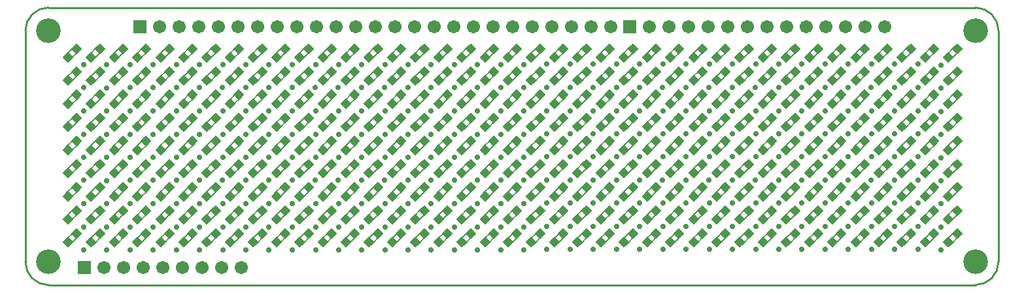
<source format=gts>
G04*
G04 #@! TF.GenerationSoftware,Altium Limited,Altium Designer,18.1.9 (240)*
G04*
G04 Layer_Color=8388736*
%FSLAX44Y44*%
%MOMM*%
G71*
G01*
G75*
%ADD11C,0.1270*%
%ADD12C,0.2540*%
%ADD14P,1.4187X4X270.0*%
%ADD15R,1.7032X1.7032*%
%ADD16C,1.7032*%
%ADD17C,0.7032*%
%ADD18C,3.2032*%
D11*
X1567903Y772496D02*
X1579216Y783810D01*
X1562246Y778153D02*
X1573560Y789467D01*
X1562246Y778153D02*
X1567903Y772496D01*
X1573560Y789467D02*
X1579216Y783810D01*
X1537903Y772496D02*
X1549217Y783810D01*
X1532246Y778153D02*
X1543560Y789467D01*
X1532246Y778153D02*
X1537903Y772496D01*
X1543560Y789467D02*
X1549217Y783810D01*
X1507903Y772496D02*
X1519216Y783810D01*
X1502246Y778153D02*
X1513560Y789467D01*
X1502246Y778153D02*
X1507903Y772496D01*
X1513560Y789467D02*
X1519216Y783810D01*
X1477903Y772496D02*
X1489217Y783810D01*
X1472246Y778153D02*
X1483560Y789467D01*
X1472246Y778153D02*
X1477903Y772496D01*
X1483560Y789467D02*
X1489217Y783810D01*
X1447903Y772496D02*
X1459217Y783810D01*
X1442246Y778153D02*
X1453560Y789467D01*
X1442246Y778153D02*
X1447903Y772496D01*
X1453560Y789467D02*
X1459217Y783810D01*
X1417903Y772496D02*
X1429216Y783810D01*
X1412246Y778153D02*
X1423560Y789467D01*
X1412246Y778153D02*
X1417903Y772496D01*
X1423560Y789467D02*
X1429216Y783810D01*
X1387903Y772496D02*
X1399217Y783810D01*
X1382246Y778153D02*
X1393560Y789467D01*
X1382246Y778153D02*
X1387903Y772496D01*
X1393560Y789467D02*
X1399217Y783810D01*
X1357903Y772496D02*
X1369216Y783810D01*
X1352246Y778153D02*
X1363560Y789467D01*
X1352246Y778153D02*
X1357903Y772496D01*
X1363560Y789467D02*
X1369216Y783810D01*
X1327903Y772496D02*
X1339217Y783810D01*
X1322246Y778153D02*
X1333560Y789467D01*
X1322246Y778153D02*
X1327903Y772496D01*
X1333560Y789467D02*
X1339217Y783810D01*
X1297903Y772496D02*
X1309217Y783810D01*
X1292246Y778153D02*
X1303560Y789467D01*
X1292246Y778153D02*
X1297903Y772496D01*
X1303560Y789467D02*
X1309217Y783810D01*
X1267903Y772496D02*
X1279217Y783810D01*
X1262246Y778153D02*
X1273560Y789467D01*
X1262246Y778153D02*
X1267903Y772496D01*
X1273560Y789467D02*
X1279217Y783810D01*
X1237903Y772496D02*
X1249217Y783810D01*
X1232246Y778153D02*
X1243560Y789467D01*
X1232246Y778153D02*
X1237903Y772496D01*
X1243560Y789467D02*
X1249217Y783810D01*
X1207903Y772496D02*
X1219217Y783810D01*
X1202246Y778153D02*
X1213560Y789467D01*
X1202246Y778153D02*
X1207903Y772496D01*
X1213560Y789467D02*
X1219217Y783810D01*
X1177903Y772496D02*
X1189217Y783810D01*
X1172246Y778153D02*
X1183560Y789467D01*
X1172246Y778153D02*
X1177903Y772496D01*
X1183560Y789467D02*
X1189217Y783810D01*
X1147903Y772496D02*
X1159217Y783810D01*
X1142246Y778153D02*
X1153560Y789467D01*
X1142246Y778153D02*
X1147903Y772496D01*
X1153560Y789467D02*
X1159217Y783810D01*
X1117903Y772496D02*
X1129217Y783810D01*
X1112246Y778153D02*
X1123560Y789467D01*
X1112246Y778153D02*
X1117903Y772496D01*
X1123560Y789467D02*
X1129217Y783810D01*
X1087903Y772496D02*
X1099217Y783810D01*
X1082246Y778153D02*
X1093560Y789467D01*
X1082246Y778153D02*
X1087903Y772496D01*
X1093560Y789467D02*
X1099217Y783810D01*
X1057903Y772496D02*
X1069217Y783810D01*
X1052246Y778153D02*
X1063560Y789467D01*
X1052246Y778153D02*
X1057903Y772496D01*
X1063560Y789467D02*
X1069217Y783810D01*
X1027903Y772496D02*
X1039217Y783810D01*
X1022246Y778153D02*
X1033560Y789467D01*
X1022246Y778153D02*
X1027903Y772496D01*
X1033560Y789467D02*
X1039217Y783810D01*
X997903Y772496D02*
X1009217Y783810D01*
X992246Y778153D02*
X1003560Y789467D01*
X992246Y778153D02*
X997903Y772496D01*
X1003560Y789467D02*
X1009217Y783810D01*
X967903Y772496D02*
X979217Y783810D01*
X962246Y778153D02*
X973560Y789467D01*
X962246Y778153D02*
X967903Y772496D01*
X973560Y789467D02*
X979217Y783810D01*
X937903Y772496D02*
X949217Y783810D01*
X932246Y778153D02*
X943560Y789467D01*
X932246Y778153D02*
X937903Y772496D01*
X943560Y789467D02*
X949217Y783810D01*
X907903Y772496D02*
X919217Y783810D01*
X902246Y778153D02*
X913560Y789467D01*
X902246Y778153D02*
X907903Y772496D01*
X913560Y789467D02*
X919217Y783810D01*
X877903Y772496D02*
X889217Y783810D01*
X872246Y778153D02*
X883560Y789467D01*
X872246Y778153D02*
X877903Y772496D01*
X883560Y789467D02*
X889217Y783810D01*
X847903Y772496D02*
X859217Y783810D01*
X842246Y778153D02*
X853560Y789467D01*
X842246Y778153D02*
X847903Y772496D01*
X853560Y789467D02*
X859217Y783810D01*
X817903Y772496D02*
X829217Y783810D01*
X812246Y778153D02*
X823560Y789467D01*
X812246Y778153D02*
X817903Y772496D01*
X823560Y789467D02*
X829217Y783810D01*
X787903Y772496D02*
X799217Y783810D01*
X782246Y778153D02*
X793560Y789467D01*
X782246Y778153D02*
X787903Y772496D01*
X793560Y789467D02*
X799217Y783810D01*
X757903Y772496D02*
X769217Y783810D01*
X752246Y778153D02*
X763560Y789467D01*
X752246Y778153D02*
X757903Y772496D01*
X763560Y789467D02*
X769217Y783810D01*
X727903Y772496D02*
X739217Y783810D01*
X722246Y778153D02*
X733560Y789467D01*
X722246Y778153D02*
X727903Y772496D01*
X733560Y789467D02*
X739217Y783810D01*
X697903Y772496D02*
X709217Y783810D01*
X692246Y778153D02*
X703560Y789467D01*
X692246Y778153D02*
X697903Y772496D01*
X703560Y789467D02*
X709217Y783810D01*
X667903Y772496D02*
X679217Y783810D01*
X662246Y778153D02*
X673560Y789467D01*
X662246Y778153D02*
X667903Y772496D01*
X673560Y789467D02*
X679217Y783810D01*
X637903Y772496D02*
X649217Y783810D01*
X632246Y778153D02*
X643560Y789467D01*
X632246Y778153D02*
X637903Y772496D01*
X643560Y789467D02*
X649217Y783810D01*
X607903Y772496D02*
X619217Y783810D01*
X602246Y778153D02*
X613560Y789467D01*
X602246Y778153D02*
X607903Y772496D01*
X613560Y789467D02*
X619217Y783810D01*
X577903Y772496D02*
X589217Y783810D01*
X572246Y778153D02*
X583560Y789467D01*
X572246Y778153D02*
X577903Y772496D01*
X583560Y789467D02*
X589217Y783810D01*
X547903Y772496D02*
X559217Y783810D01*
X542246Y778153D02*
X553560Y789467D01*
X542246Y778153D02*
X547903Y772496D01*
X553560Y789467D02*
X559217Y783810D01*
X517903Y772496D02*
X529217Y783810D01*
X512246Y778153D02*
X523560Y789467D01*
X512246Y778153D02*
X517903Y772496D01*
X523560Y789467D02*
X529217Y783810D01*
X487903Y772496D02*
X499217Y783810D01*
X482246Y778153D02*
X493560Y789467D01*
X482246Y778153D02*
X487903Y772496D01*
X493560Y789467D02*
X499217Y783810D01*
X457903Y772496D02*
X469217Y783810D01*
X452246Y778153D02*
X463560Y789467D01*
X452246Y778153D02*
X457903Y772496D01*
X463560Y789467D02*
X469217Y783810D01*
X427903Y772496D02*
X439217Y783810D01*
X422246Y778153D02*
X433560Y789467D01*
X422246Y778153D02*
X427903Y772496D01*
X433560Y789467D02*
X439217Y783810D01*
X1567903Y802496D02*
X1579216Y813810D01*
X1562246Y808153D02*
X1573560Y819467D01*
X1562246Y808153D02*
X1567903Y802496D01*
X1573560Y819467D02*
X1579216Y813810D01*
X1537903Y802496D02*
X1549217Y813810D01*
X1532246Y808153D02*
X1543560Y819467D01*
X1532246Y808153D02*
X1537903Y802496D01*
X1543560Y819467D02*
X1549217Y813810D01*
X1507903Y802496D02*
X1519216Y813810D01*
X1502246Y808153D02*
X1513560Y819467D01*
X1502246Y808153D02*
X1507903Y802496D01*
X1513560Y819467D02*
X1519216Y813810D01*
X1477903Y802496D02*
X1489217Y813810D01*
X1472246Y808153D02*
X1483560Y819467D01*
X1472246Y808153D02*
X1477903Y802496D01*
X1483560Y819467D02*
X1489217Y813810D01*
X1447903Y802496D02*
X1459217Y813810D01*
X1442246Y808153D02*
X1453560Y819467D01*
X1442246Y808153D02*
X1447903Y802496D01*
X1453560Y819467D02*
X1459217Y813810D01*
X1417903Y802496D02*
X1429216Y813810D01*
X1412246Y808153D02*
X1423560Y819467D01*
X1412246Y808153D02*
X1417903Y802496D01*
X1423560Y819467D02*
X1429216Y813810D01*
X1387903Y802496D02*
X1399217Y813810D01*
X1382246Y808153D02*
X1393560Y819467D01*
X1382246Y808153D02*
X1387903Y802496D01*
X1393560Y819467D02*
X1399217Y813810D01*
X1357903Y802496D02*
X1369216Y813810D01*
X1352246Y808153D02*
X1363560Y819467D01*
X1352246Y808153D02*
X1357903Y802496D01*
X1363560Y819467D02*
X1369216Y813810D01*
X1327903Y802496D02*
X1339217Y813810D01*
X1322246Y808153D02*
X1333560Y819467D01*
X1322246Y808153D02*
X1327903Y802496D01*
X1333560Y819467D02*
X1339217Y813810D01*
X1297903Y802496D02*
X1309217Y813810D01*
X1292246Y808153D02*
X1303560Y819467D01*
X1292246Y808153D02*
X1297903Y802496D01*
X1303560Y819467D02*
X1309217Y813810D01*
X1267903Y802496D02*
X1279217Y813810D01*
X1262246Y808153D02*
X1273560Y819467D01*
X1262246Y808153D02*
X1267903Y802496D01*
X1273560Y819467D02*
X1279217Y813810D01*
X1237903Y802496D02*
X1249217Y813810D01*
X1232246Y808153D02*
X1243560Y819467D01*
X1232246Y808153D02*
X1237903Y802496D01*
X1243560Y819467D02*
X1249217Y813810D01*
X1207903Y802496D02*
X1219217Y813810D01*
X1202246Y808153D02*
X1213560Y819467D01*
X1202246Y808153D02*
X1207903Y802496D01*
X1213560Y819467D02*
X1219217Y813810D01*
X1177903Y802496D02*
X1189217Y813810D01*
X1172246Y808153D02*
X1183560Y819467D01*
X1172246Y808153D02*
X1177903Y802496D01*
X1183560Y819467D02*
X1189217Y813810D01*
X1147903Y802496D02*
X1159217Y813810D01*
X1142246Y808153D02*
X1153560Y819467D01*
X1142246Y808153D02*
X1147903Y802496D01*
X1153560Y819467D02*
X1159217Y813810D01*
X1117903Y802496D02*
X1129217Y813810D01*
X1112246Y808153D02*
X1123560Y819467D01*
X1112246Y808153D02*
X1117903Y802496D01*
X1123560Y819467D02*
X1129217Y813810D01*
X1087903Y802496D02*
X1099217Y813810D01*
X1082246Y808153D02*
X1093560Y819467D01*
X1082246Y808153D02*
X1087903Y802496D01*
X1093560Y819467D02*
X1099217Y813810D01*
X1057903Y802496D02*
X1069217Y813810D01*
X1052246Y808153D02*
X1063560Y819467D01*
X1052246Y808153D02*
X1057903Y802496D01*
X1063560Y819467D02*
X1069217Y813810D01*
X1027903Y802496D02*
X1039217Y813810D01*
X1022246Y808153D02*
X1033560Y819467D01*
X1022246Y808153D02*
X1027903Y802496D01*
X1033560Y819467D02*
X1039217Y813810D01*
X997903Y802496D02*
X1009217Y813810D01*
X992246Y808153D02*
X1003560Y819467D01*
X992246Y808153D02*
X997903Y802496D01*
X1003560Y819467D02*
X1009217Y813810D01*
X967903Y802496D02*
X979217Y813810D01*
X962246Y808153D02*
X973560Y819467D01*
X962246Y808153D02*
X967903Y802496D01*
X973560Y819467D02*
X979217Y813810D01*
X937903Y802496D02*
X949217Y813810D01*
X932246Y808153D02*
X943560Y819467D01*
X932246Y808153D02*
X937903Y802496D01*
X943560Y819467D02*
X949217Y813810D01*
X907903Y802496D02*
X919217Y813810D01*
X902246Y808153D02*
X913560Y819467D01*
X902246Y808153D02*
X907903Y802496D01*
X913560Y819467D02*
X919217Y813810D01*
X877903Y802496D02*
X889217Y813810D01*
X872246Y808153D02*
X883560Y819467D01*
X872246Y808153D02*
X877903Y802496D01*
X883560Y819467D02*
X889217Y813810D01*
X847903Y802496D02*
X859217Y813810D01*
X842246Y808153D02*
X853560Y819467D01*
X842246Y808153D02*
X847903Y802496D01*
X853560Y819467D02*
X859217Y813810D01*
X817903Y802496D02*
X829217Y813810D01*
X812246Y808153D02*
X823560Y819467D01*
X812246Y808153D02*
X817903Y802496D01*
X823560Y819467D02*
X829217Y813810D01*
X787903Y802496D02*
X799217Y813810D01*
X782246Y808153D02*
X793560Y819467D01*
X782246Y808153D02*
X787903Y802496D01*
X793560Y819467D02*
X799217Y813810D01*
X757903Y802496D02*
X769217Y813810D01*
X752246Y808153D02*
X763560Y819467D01*
X752246Y808153D02*
X757903Y802496D01*
X763560Y819467D02*
X769217Y813810D01*
X727903Y802496D02*
X739217Y813810D01*
X722246Y808153D02*
X733560Y819467D01*
X722246Y808153D02*
X727903Y802496D01*
X733560Y819467D02*
X739217Y813810D01*
X697903Y802496D02*
X709217Y813810D01*
X692246Y808153D02*
X703560Y819467D01*
X692246Y808153D02*
X697903Y802496D01*
X703560Y819467D02*
X709217Y813810D01*
X667903Y802496D02*
X679217Y813810D01*
X662246Y808153D02*
X673560Y819467D01*
X662246Y808153D02*
X667903Y802496D01*
X673560Y819467D02*
X679217Y813810D01*
X637903Y802496D02*
X649217Y813810D01*
X632246Y808153D02*
X643560Y819467D01*
X632246Y808153D02*
X637903Y802496D01*
X643560Y819467D02*
X649217Y813810D01*
X607903Y802496D02*
X619217Y813810D01*
X602246Y808153D02*
X613560Y819467D01*
X602246Y808153D02*
X607903Y802496D01*
X613560Y819467D02*
X619217Y813810D01*
X577903Y802496D02*
X589217Y813810D01*
X572246Y808153D02*
X583560Y819467D01*
X572246Y808153D02*
X577903Y802496D01*
X583560Y819467D02*
X589217Y813810D01*
X547903Y802496D02*
X559217Y813810D01*
X542246Y808153D02*
X553560Y819467D01*
X542246Y808153D02*
X547903Y802496D01*
X553560Y819467D02*
X559217Y813810D01*
X517903Y802496D02*
X529217Y813810D01*
X512246Y808153D02*
X523560Y819467D01*
X512246Y808153D02*
X517903Y802496D01*
X523560Y819467D02*
X529217Y813810D01*
X487903Y802496D02*
X499217Y813810D01*
X482246Y808153D02*
X493560Y819467D01*
X482246Y808153D02*
X487903Y802496D01*
X493560Y819467D02*
X499217Y813810D01*
X457903Y802496D02*
X469217Y813810D01*
X452246Y808153D02*
X463560Y819467D01*
X452246Y808153D02*
X457903Y802496D01*
X463560Y819467D02*
X469217Y813810D01*
X427903Y802496D02*
X439217Y813810D01*
X422246Y808153D02*
X433560Y819467D01*
X422246Y808153D02*
X427903Y802496D01*
X433560Y819467D02*
X439217Y813810D01*
X1567903Y832496D02*
X1579216Y843810D01*
X1562246Y838153D02*
X1573560Y849467D01*
X1562246Y838153D02*
X1567903Y832496D01*
X1573560Y849467D02*
X1579216Y843810D01*
X1537903Y832496D02*
X1549217Y843810D01*
X1532246Y838153D02*
X1543560Y849467D01*
X1532246Y838153D02*
X1537903Y832496D01*
X1543560Y849467D02*
X1549217Y843810D01*
X1507903Y832496D02*
X1519216Y843810D01*
X1502246Y838153D02*
X1513560Y849467D01*
X1502246Y838153D02*
X1507903Y832496D01*
X1513560Y849467D02*
X1519216Y843810D01*
X1477903Y832496D02*
X1489217Y843810D01*
X1472246Y838153D02*
X1483560Y849467D01*
X1472246Y838153D02*
X1477903Y832496D01*
X1483560Y849467D02*
X1489217Y843810D01*
X1447903Y832496D02*
X1459217Y843810D01*
X1442246Y838153D02*
X1453560Y849467D01*
X1442246Y838153D02*
X1447903Y832496D01*
X1453560Y849467D02*
X1459217Y843810D01*
X1417903Y832496D02*
X1429216Y843810D01*
X1412246Y838153D02*
X1423560Y849467D01*
X1412246Y838153D02*
X1417903Y832496D01*
X1423560Y849467D02*
X1429216Y843810D01*
X1387903Y832496D02*
X1399217Y843810D01*
X1382246Y838153D02*
X1393560Y849467D01*
X1382246Y838153D02*
X1387903Y832496D01*
X1393560Y849467D02*
X1399217Y843810D01*
X1357903Y832496D02*
X1369216Y843810D01*
X1352246Y838153D02*
X1363560Y849467D01*
X1352246Y838153D02*
X1357903Y832496D01*
X1363560Y849467D02*
X1369216Y843810D01*
X1327903Y832496D02*
X1339217Y843810D01*
X1322246Y838153D02*
X1333560Y849467D01*
X1322246Y838153D02*
X1327903Y832496D01*
X1333560Y849467D02*
X1339217Y843810D01*
X1297903Y832496D02*
X1309217Y843810D01*
X1292246Y838153D02*
X1303560Y849467D01*
X1292246Y838153D02*
X1297903Y832496D01*
X1303560Y849467D02*
X1309217Y843810D01*
X1267903Y832496D02*
X1279217Y843810D01*
X1262246Y838153D02*
X1273560Y849467D01*
X1262246Y838153D02*
X1267903Y832496D01*
X1273560Y849467D02*
X1279217Y843810D01*
X1237903Y832496D02*
X1249217Y843810D01*
X1232246Y838153D02*
X1243560Y849467D01*
X1232246Y838153D02*
X1237903Y832496D01*
X1243560Y849467D02*
X1249217Y843810D01*
X1207903Y832496D02*
X1219217Y843810D01*
X1202246Y838153D02*
X1213560Y849467D01*
X1202246Y838153D02*
X1207903Y832496D01*
X1213560Y849467D02*
X1219217Y843810D01*
X1177903Y832496D02*
X1189217Y843810D01*
X1172246Y838153D02*
X1183560Y849467D01*
X1172246Y838153D02*
X1177903Y832496D01*
X1183560Y849467D02*
X1189217Y843810D01*
X1147903Y832496D02*
X1159217Y843810D01*
X1142246Y838153D02*
X1153560Y849467D01*
X1142246Y838153D02*
X1147903Y832496D01*
X1153560Y849467D02*
X1159217Y843810D01*
X1117903Y832496D02*
X1129217Y843810D01*
X1112246Y838153D02*
X1123560Y849467D01*
X1112246Y838153D02*
X1117903Y832496D01*
X1123560Y849467D02*
X1129217Y843810D01*
X1087903Y832496D02*
X1099217Y843810D01*
X1082246Y838153D02*
X1093560Y849467D01*
X1082246Y838153D02*
X1087903Y832496D01*
X1093560Y849467D02*
X1099217Y843810D01*
X1057903Y832496D02*
X1069217Y843810D01*
X1052246Y838153D02*
X1063560Y849467D01*
X1052246Y838153D02*
X1057903Y832496D01*
X1063560Y849467D02*
X1069217Y843810D01*
X1027903Y832496D02*
X1039217Y843810D01*
X1022246Y838153D02*
X1033560Y849467D01*
X1022246Y838153D02*
X1027903Y832496D01*
X1033560Y849467D02*
X1039217Y843810D01*
X997903Y832496D02*
X1009217Y843810D01*
X992246Y838153D02*
X1003560Y849467D01*
X992246Y838153D02*
X997903Y832496D01*
X1003560Y849467D02*
X1009217Y843810D01*
X967903Y832496D02*
X979217Y843810D01*
X962246Y838153D02*
X973560Y849467D01*
X962246Y838153D02*
X967903Y832496D01*
X973560Y849467D02*
X979217Y843810D01*
X937903Y832496D02*
X949217Y843810D01*
X932246Y838153D02*
X943560Y849467D01*
X932246Y838153D02*
X937903Y832496D01*
X943560Y849467D02*
X949217Y843810D01*
X907903Y832496D02*
X919217Y843810D01*
X902246Y838153D02*
X913560Y849467D01*
X902246Y838153D02*
X907903Y832496D01*
X913560Y849467D02*
X919217Y843810D01*
X877903Y832496D02*
X889217Y843810D01*
X872246Y838153D02*
X883560Y849467D01*
X872246Y838153D02*
X877903Y832496D01*
X883560Y849467D02*
X889217Y843810D01*
X847903Y832496D02*
X859217Y843810D01*
X842246Y838153D02*
X853560Y849467D01*
X842246Y838153D02*
X847903Y832496D01*
X853560Y849467D02*
X859217Y843810D01*
X817903Y832496D02*
X829217Y843810D01*
X812246Y838153D02*
X823560Y849467D01*
X812246Y838153D02*
X817903Y832496D01*
X823560Y849467D02*
X829217Y843810D01*
X787903Y832496D02*
X799217Y843810D01*
X782246Y838153D02*
X793560Y849467D01*
X782246Y838153D02*
X787903Y832496D01*
X793560Y849467D02*
X799217Y843810D01*
X757903Y832496D02*
X769217Y843810D01*
X752246Y838153D02*
X763560Y849467D01*
X752246Y838153D02*
X757903Y832496D01*
X763560Y849467D02*
X769217Y843810D01*
X727903Y832496D02*
X739217Y843810D01*
X722246Y838153D02*
X733560Y849467D01*
X722246Y838153D02*
X727903Y832496D01*
X733560Y849467D02*
X739217Y843810D01*
X697903Y832496D02*
X709217Y843810D01*
X692246Y838153D02*
X703560Y849467D01*
X692246Y838153D02*
X697903Y832496D01*
X703560Y849467D02*
X709217Y843810D01*
X667903Y832496D02*
X679217Y843810D01*
X662246Y838153D02*
X673560Y849467D01*
X662246Y838153D02*
X667903Y832496D01*
X673560Y849467D02*
X679217Y843810D01*
X637903Y832496D02*
X649217Y843810D01*
X632246Y838153D02*
X643560Y849467D01*
X632246Y838153D02*
X637903Y832496D01*
X643560Y849467D02*
X649217Y843810D01*
X607903Y832496D02*
X619217Y843810D01*
X602246Y838153D02*
X613560Y849467D01*
X602246Y838153D02*
X607903Y832496D01*
X613560Y849467D02*
X619217Y843810D01*
X577903Y832496D02*
X589217Y843810D01*
X572246Y838153D02*
X583560Y849467D01*
X572246Y838153D02*
X577903Y832496D01*
X583560Y849467D02*
X589217Y843810D01*
X547903Y832496D02*
X559217Y843810D01*
X542246Y838153D02*
X553560Y849467D01*
X542246Y838153D02*
X547903Y832496D01*
X553560Y849467D02*
X559217Y843810D01*
X517903Y832496D02*
X529217Y843810D01*
X512246Y838153D02*
X523560Y849467D01*
X512246Y838153D02*
X517903Y832496D01*
X523560Y849467D02*
X529217Y843810D01*
X487903Y832496D02*
X499217Y843810D01*
X482246Y838153D02*
X493560Y849467D01*
X482246Y838153D02*
X487903Y832496D01*
X493560Y849467D02*
X499217Y843810D01*
X457903Y832496D02*
X469217Y843810D01*
X452246Y838153D02*
X463560Y849467D01*
X452246Y838153D02*
X457903Y832496D01*
X463560Y849467D02*
X469217Y843810D01*
X427903Y832496D02*
X439217Y843810D01*
X422246Y838153D02*
X433560Y849467D01*
X422246Y838153D02*
X427903Y832496D01*
X433560Y849467D02*
X439217Y843810D01*
X1567903Y862496D02*
X1579216Y873810D01*
X1562246Y868153D02*
X1573560Y879467D01*
X1562246Y868153D02*
X1567903Y862496D01*
X1573560Y879467D02*
X1579216Y873810D01*
X1537903Y862496D02*
X1549217Y873810D01*
X1532246Y868153D02*
X1543560Y879467D01*
X1532246Y868153D02*
X1537903Y862496D01*
X1543560Y879467D02*
X1549217Y873810D01*
X1507903Y862496D02*
X1519216Y873810D01*
X1502246Y868153D02*
X1513560Y879467D01*
X1502246Y868153D02*
X1507903Y862496D01*
X1513560Y879467D02*
X1519216Y873810D01*
X1477903Y862496D02*
X1489217Y873810D01*
X1472246Y868153D02*
X1483560Y879467D01*
X1472246Y868153D02*
X1477903Y862496D01*
X1483560Y879467D02*
X1489217Y873810D01*
X1447903Y862496D02*
X1459217Y873810D01*
X1442246Y868153D02*
X1453560Y879467D01*
X1442246Y868153D02*
X1447903Y862496D01*
X1453560Y879467D02*
X1459217Y873810D01*
X1417903Y862496D02*
X1429216Y873810D01*
X1412246Y868153D02*
X1423560Y879467D01*
X1412246Y868153D02*
X1417903Y862496D01*
X1423560Y879467D02*
X1429216Y873810D01*
X1387903Y862496D02*
X1399217Y873810D01*
X1382246Y868153D02*
X1393560Y879467D01*
X1382246Y868153D02*
X1387903Y862496D01*
X1393560Y879467D02*
X1399217Y873810D01*
X1357903Y862496D02*
X1369216Y873810D01*
X1352246Y868153D02*
X1363560Y879467D01*
X1352246Y868153D02*
X1357903Y862496D01*
X1363560Y879467D02*
X1369216Y873810D01*
X1327903Y862496D02*
X1339217Y873810D01*
X1322246Y868153D02*
X1333560Y879467D01*
X1322246Y868153D02*
X1327903Y862496D01*
X1333560Y879467D02*
X1339217Y873810D01*
X1297903Y862496D02*
X1309217Y873810D01*
X1292246Y868153D02*
X1303560Y879467D01*
X1292246Y868153D02*
X1297903Y862496D01*
X1303560Y879467D02*
X1309217Y873810D01*
X1267903Y862496D02*
X1279217Y873810D01*
X1262246Y868153D02*
X1273560Y879467D01*
X1262246Y868153D02*
X1267903Y862496D01*
X1273560Y879467D02*
X1279217Y873810D01*
X1237903Y862496D02*
X1249217Y873810D01*
X1232246Y868153D02*
X1243560Y879467D01*
X1232246Y868153D02*
X1237903Y862496D01*
X1243560Y879467D02*
X1249217Y873810D01*
X1207903Y862496D02*
X1219217Y873810D01*
X1202246Y868153D02*
X1213560Y879467D01*
X1202246Y868153D02*
X1207903Y862496D01*
X1213560Y879467D02*
X1219217Y873810D01*
X1177903Y862496D02*
X1189217Y873810D01*
X1172246Y868153D02*
X1183560Y879467D01*
X1172246Y868153D02*
X1177903Y862496D01*
X1183560Y879467D02*
X1189217Y873810D01*
X1147903Y862496D02*
X1159217Y873810D01*
X1142246Y868153D02*
X1153560Y879467D01*
X1142246Y868153D02*
X1147903Y862496D01*
X1153560Y879467D02*
X1159217Y873810D01*
X1117903Y862496D02*
X1129217Y873810D01*
X1112246Y868153D02*
X1123560Y879467D01*
X1112246Y868153D02*
X1117903Y862496D01*
X1123560Y879467D02*
X1129217Y873810D01*
X1087903Y862496D02*
X1099217Y873810D01*
X1082246Y868153D02*
X1093560Y879467D01*
X1082246Y868153D02*
X1087903Y862496D01*
X1093560Y879467D02*
X1099217Y873810D01*
X1057903Y862496D02*
X1069217Y873810D01*
X1052246Y868153D02*
X1063560Y879467D01*
X1052246Y868153D02*
X1057903Y862496D01*
X1063560Y879467D02*
X1069217Y873810D01*
X1027903Y862496D02*
X1039217Y873810D01*
X1022246Y868153D02*
X1033560Y879467D01*
X1022246Y868153D02*
X1027903Y862496D01*
X1033560Y879467D02*
X1039217Y873810D01*
X997903Y862496D02*
X1009217Y873810D01*
X992246Y868153D02*
X1003560Y879467D01*
X992246Y868153D02*
X997903Y862496D01*
X1003560Y879467D02*
X1009217Y873810D01*
X967903Y862496D02*
X979217Y873810D01*
X962246Y868153D02*
X973560Y879467D01*
X962246Y868153D02*
X967903Y862496D01*
X973560Y879467D02*
X979217Y873810D01*
X937903Y862496D02*
X949217Y873810D01*
X932246Y868153D02*
X943560Y879467D01*
X932246Y868153D02*
X937903Y862496D01*
X943560Y879467D02*
X949217Y873810D01*
X907903Y862496D02*
X919217Y873810D01*
X902246Y868153D02*
X913560Y879467D01*
X902246Y868153D02*
X907903Y862496D01*
X913560Y879467D02*
X919217Y873810D01*
X877903Y862496D02*
X889217Y873810D01*
X872246Y868153D02*
X883560Y879467D01*
X872246Y868153D02*
X877903Y862496D01*
X883560Y879467D02*
X889217Y873810D01*
X847903Y862496D02*
X859217Y873810D01*
X842246Y868153D02*
X853560Y879467D01*
X842246Y868153D02*
X847903Y862496D01*
X853560Y879467D02*
X859217Y873810D01*
X817903Y862496D02*
X829217Y873810D01*
X812246Y868153D02*
X823560Y879467D01*
X812246Y868153D02*
X817903Y862496D01*
X823560Y879467D02*
X829217Y873810D01*
X787903Y862496D02*
X799217Y873810D01*
X782246Y868153D02*
X793560Y879467D01*
X782246Y868153D02*
X787903Y862496D01*
X793560Y879467D02*
X799217Y873810D01*
X757903Y862496D02*
X769217Y873810D01*
X752246Y868153D02*
X763560Y879467D01*
X752246Y868153D02*
X757903Y862496D01*
X763560Y879467D02*
X769217Y873810D01*
X727903Y862496D02*
X739217Y873810D01*
X722246Y868153D02*
X733560Y879467D01*
X722246Y868153D02*
X727903Y862496D01*
X733560Y879467D02*
X739217Y873810D01*
X697903Y862496D02*
X709217Y873810D01*
X692246Y868153D02*
X703560Y879467D01*
X692246Y868153D02*
X697903Y862496D01*
X703560Y879467D02*
X709217Y873810D01*
X667903Y862496D02*
X679217Y873810D01*
X662246Y868153D02*
X673560Y879467D01*
X662246Y868153D02*
X667903Y862496D01*
X673560Y879467D02*
X679217Y873810D01*
X637903Y862496D02*
X649217Y873810D01*
X632246Y868153D02*
X643560Y879467D01*
X632246Y868153D02*
X637903Y862496D01*
X643560Y879467D02*
X649217Y873810D01*
X607903Y862496D02*
X619217Y873810D01*
X602246Y868153D02*
X613560Y879467D01*
X602246Y868153D02*
X607903Y862496D01*
X613560Y879467D02*
X619217Y873810D01*
X577903Y862496D02*
X589217Y873810D01*
X572246Y868153D02*
X583560Y879467D01*
X572246Y868153D02*
X577903Y862496D01*
X583560Y879467D02*
X589217Y873810D01*
X547903Y862496D02*
X559217Y873810D01*
X542246Y868153D02*
X553560Y879467D01*
X542246Y868153D02*
X547903Y862496D01*
X553560Y879467D02*
X559217Y873810D01*
X517903Y862496D02*
X529217Y873810D01*
X512246Y868153D02*
X523560Y879467D01*
X512246Y868153D02*
X517903Y862496D01*
X523560Y879467D02*
X529217Y873810D01*
X487903Y862496D02*
X499217Y873810D01*
X482246Y868153D02*
X493560Y879467D01*
X482246Y868153D02*
X487903Y862496D01*
X493560Y879467D02*
X499217Y873810D01*
X457903Y862496D02*
X469217Y873810D01*
X452246Y868153D02*
X463560Y879467D01*
X452246Y868153D02*
X457903Y862496D01*
X463560Y879467D02*
X469217Y873810D01*
X427903Y862496D02*
X439217Y873810D01*
X422246Y868153D02*
X433560Y879467D01*
X422246Y868153D02*
X427903Y862496D01*
X433560Y879467D02*
X439217Y873810D01*
X1567903Y892496D02*
X1579216Y903810D01*
X1562246Y898153D02*
X1573560Y909467D01*
X1562246Y898153D02*
X1567903Y892496D01*
X1573560Y909467D02*
X1579216Y903810D01*
X1537903Y892496D02*
X1549217Y903810D01*
X1532246Y898153D02*
X1543560Y909467D01*
X1532246Y898153D02*
X1537903Y892496D01*
X1543560Y909467D02*
X1549217Y903810D01*
X1507903Y892496D02*
X1519216Y903810D01*
X1502246Y898153D02*
X1513560Y909467D01*
X1502246Y898153D02*
X1507903Y892496D01*
X1513560Y909467D02*
X1519216Y903810D01*
X1477903Y892496D02*
X1489217Y903810D01*
X1472246Y898153D02*
X1483560Y909467D01*
X1472246Y898153D02*
X1477903Y892496D01*
X1483560Y909467D02*
X1489217Y903810D01*
X1447903Y892496D02*
X1459217Y903810D01*
X1442246Y898153D02*
X1453560Y909467D01*
X1442246Y898153D02*
X1447903Y892496D01*
X1453560Y909467D02*
X1459217Y903810D01*
X1417903Y892496D02*
X1429216Y903810D01*
X1412246Y898153D02*
X1423560Y909467D01*
X1412246Y898153D02*
X1417903Y892496D01*
X1423560Y909467D02*
X1429216Y903810D01*
X1387903Y892496D02*
X1399217Y903810D01*
X1382246Y898153D02*
X1393560Y909467D01*
X1382246Y898153D02*
X1387903Y892496D01*
X1393560Y909467D02*
X1399217Y903810D01*
X1357903Y892496D02*
X1369216Y903810D01*
X1352246Y898153D02*
X1363560Y909467D01*
X1352246Y898153D02*
X1357903Y892496D01*
X1363560Y909467D02*
X1369216Y903810D01*
X1327903Y892496D02*
X1339217Y903810D01*
X1322246Y898153D02*
X1333560Y909467D01*
X1322246Y898153D02*
X1327903Y892496D01*
X1333560Y909467D02*
X1339217Y903810D01*
X1297903Y892496D02*
X1309217Y903810D01*
X1292246Y898153D02*
X1303560Y909467D01*
X1292246Y898153D02*
X1297903Y892496D01*
X1303560Y909467D02*
X1309217Y903810D01*
X1267903Y892496D02*
X1279217Y903810D01*
X1262246Y898153D02*
X1273560Y909467D01*
X1262246Y898153D02*
X1267903Y892496D01*
X1273560Y909467D02*
X1279217Y903810D01*
X1237903Y892496D02*
X1249217Y903810D01*
X1232246Y898153D02*
X1243560Y909467D01*
X1232246Y898153D02*
X1237903Y892496D01*
X1243560Y909467D02*
X1249217Y903810D01*
X1207903Y892496D02*
X1219217Y903810D01*
X1202246Y898153D02*
X1213560Y909467D01*
X1202246Y898153D02*
X1207903Y892496D01*
X1213560Y909467D02*
X1219217Y903810D01*
X1177903Y892496D02*
X1189217Y903810D01*
X1172246Y898153D02*
X1183560Y909467D01*
X1172246Y898153D02*
X1177903Y892496D01*
X1183560Y909467D02*
X1189217Y903810D01*
X1147903Y892496D02*
X1159217Y903810D01*
X1142246Y898153D02*
X1153560Y909467D01*
X1142246Y898153D02*
X1147903Y892496D01*
X1153560Y909467D02*
X1159217Y903810D01*
X1117903Y892496D02*
X1129217Y903810D01*
X1112246Y898153D02*
X1123560Y909467D01*
X1112246Y898153D02*
X1117903Y892496D01*
X1123560Y909467D02*
X1129217Y903810D01*
X1087903Y892496D02*
X1099217Y903810D01*
X1082246Y898153D02*
X1093560Y909467D01*
X1082246Y898153D02*
X1087903Y892496D01*
X1093560Y909467D02*
X1099217Y903810D01*
X1057903Y892496D02*
X1069217Y903810D01*
X1052246Y898153D02*
X1063560Y909467D01*
X1052246Y898153D02*
X1057903Y892496D01*
X1063560Y909467D02*
X1069217Y903810D01*
X1027903Y892496D02*
X1039217Y903810D01*
X1022246Y898153D02*
X1033560Y909467D01*
X1022246Y898153D02*
X1027903Y892496D01*
X1033560Y909467D02*
X1039217Y903810D01*
X997903Y892496D02*
X1009217Y903810D01*
X992246Y898153D02*
X1003560Y909467D01*
X992246Y898153D02*
X997903Y892496D01*
X1003560Y909467D02*
X1009217Y903810D01*
X967903Y892496D02*
X979217Y903810D01*
X962246Y898153D02*
X973560Y909467D01*
X962246Y898153D02*
X967903Y892496D01*
X973560Y909467D02*
X979217Y903810D01*
X937903Y892496D02*
X949217Y903810D01*
X932246Y898153D02*
X943560Y909467D01*
X932246Y898153D02*
X937903Y892496D01*
X943560Y909467D02*
X949217Y903810D01*
X907903Y892496D02*
X919217Y903810D01*
X902246Y898153D02*
X913560Y909467D01*
X902246Y898153D02*
X907903Y892496D01*
X913560Y909467D02*
X919217Y903810D01*
X877903Y892496D02*
X889217Y903810D01*
X872246Y898153D02*
X883560Y909467D01*
X872246Y898153D02*
X877903Y892496D01*
X883560Y909467D02*
X889217Y903810D01*
X847903Y892496D02*
X859217Y903810D01*
X842246Y898153D02*
X853560Y909467D01*
X842246Y898153D02*
X847903Y892496D01*
X853560Y909467D02*
X859217Y903810D01*
X817903Y892496D02*
X829217Y903810D01*
X812246Y898153D02*
X823560Y909467D01*
X812246Y898153D02*
X817903Y892496D01*
X823560Y909467D02*
X829217Y903810D01*
X787903Y892496D02*
X799217Y903810D01*
X782246Y898153D02*
X793560Y909467D01*
X782246Y898153D02*
X787903Y892496D01*
X793560Y909467D02*
X799217Y903810D01*
X757903Y892496D02*
X769217Y903810D01*
X752246Y898153D02*
X763560Y909467D01*
X752246Y898153D02*
X757903Y892496D01*
X763560Y909467D02*
X769217Y903810D01*
X727903Y892496D02*
X739217Y903810D01*
X722246Y898153D02*
X733560Y909467D01*
X722246Y898153D02*
X727903Y892496D01*
X733560Y909467D02*
X739217Y903810D01*
X697903Y892496D02*
X709217Y903810D01*
X692246Y898153D02*
X703560Y909467D01*
X692246Y898153D02*
X697903Y892496D01*
X703560Y909467D02*
X709217Y903810D01*
X667903Y892496D02*
X679217Y903810D01*
X662246Y898153D02*
X673560Y909467D01*
X662246Y898153D02*
X667903Y892496D01*
X673560Y909467D02*
X679217Y903810D01*
X637903Y892496D02*
X649217Y903810D01*
X632246Y898153D02*
X643560Y909467D01*
X632246Y898153D02*
X637903Y892496D01*
X643560Y909467D02*
X649217Y903810D01*
X607903Y892496D02*
X619217Y903810D01*
X602246Y898153D02*
X613560Y909467D01*
X602246Y898153D02*
X607903Y892496D01*
X613560Y909467D02*
X619217Y903810D01*
X577903Y892496D02*
X589217Y903810D01*
X572246Y898153D02*
X583560Y909467D01*
X572246Y898153D02*
X577903Y892496D01*
X583560Y909467D02*
X589217Y903810D01*
X547903Y892496D02*
X559217Y903810D01*
X542246Y898153D02*
X553560Y909467D01*
X542246Y898153D02*
X547903Y892496D01*
X553560Y909467D02*
X559217Y903810D01*
X517903Y892496D02*
X529217Y903810D01*
X512246Y898153D02*
X523560Y909467D01*
X512246Y898153D02*
X517903Y892496D01*
X523560Y909467D02*
X529217Y903810D01*
X487903Y892496D02*
X499217Y903810D01*
X482246Y898153D02*
X493560Y909467D01*
X482246Y898153D02*
X487903Y892496D01*
X493560Y909467D02*
X499217Y903810D01*
X457903Y892496D02*
X469217Y903810D01*
X452246Y898153D02*
X463560Y909467D01*
X452246Y898153D02*
X457903Y892496D01*
X463560Y909467D02*
X469217Y903810D01*
X427903Y892496D02*
X439217Y903810D01*
X422246Y898153D02*
X433560Y909467D01*
X422246Y898153D02*
X427903Y892496D01*
X433560Y909467D02*
X439217Y903810D01*
X1567903Y922496D02*
X1579216Y933810D01*
X1562246Y928153D02*
X1573560Y939467D01*
X1562246Y928153D02*
X1567903Y922496D01*
X1573560Y939467D02*
X1579216Y933810D01*
X1537903Y922496D02*
X1549217Y933810D01*
X1532246Y928153D02*
X1543560Y939467D01*
X1532246Y928153D02*
X1537903Y922496D01*
X1543560Y939467D02*
X1549217Y933810D01*
X1507903Y922496D02*
X1519216Y933810D01*
X1502246Y928153D02*
X1513560Y939467D01*
X1502246Y928153D02*
X1507903Y922496D01*
X1513560Y939467D02*
X1519216Y933810D01*
X1477903Y922496D02*
X1489217Y933810D01*
X1472246Y928153D02*
X1483560Y939467D01*
X1472246Y928153D02*
X1477903Y922496D01*
X1483560Y939467D02*
X1489217Y933810D01*
X1447903Y922496D02*
X1459217Y933810D01*
X1442246Y928153D02*
X1453560Y939467D01*
X1442246Y928153D02*
X1447903Y922496D01*
X1453560Y939467D02*
X1459217Y933810D01*
X1417903Y922496D02*
X1429216Y933810D01*
X1412246Y928153D02*
X1423560Y939467D01*
X1412246Y928153D02*
X1417903Y922496D01*
X1423560Y939467D02*
X1429216Y933810D01*
X1387903Y922496D02*
X1399217Y933810D01*
X1382246Y928153D02*
X1393560Y939467D01*
X1382246Y928153D02*
X1387903Y922496D01*
X1393560Y939467D02*
X1399217Y933810D01*
X1357903Y922496D02*
X1369216Y933810D01*
X1352246Y928153D02*
X1363560Y939467D01*
X1352246Y928153D02*
X1357903Y922496D01*
X1363560Y939467D02*
X1369216Y933810D01*
X1327903Y922496D02*
X1339217Y933810D01*
X1322246Y928153D02*
X1333560Y939467D01*
X1322246Y928153D02*
X1327903Y922496D01*
X1333560Y939467D02*
X1339217Y933810D01*
X1297903Y922496D02*
X1309217Y933810D01*
X1292246Y928153D02*
X1303560Y939467D01*
X1292246Y928153D02*
X1297903Y922496D01*
X1303560Y939467D02*
X1309217Y933810D01*
X1267903Y922496D02*
X1279217Y933810D01*
X1262246Y928153D02*
X1273560Y939467D01*
X1262246Y928153D02*
X1267903Y922496D01*
X1273560Y939467D02*
X1279217Y933810D01*
X1237903Y922496D02*
X1249217Y933810D01*
X1232246Y928153D02*
X1243560Y939467D01*
X1232246Y928153D02*
X1237903Y922496D01*
X1243560Y939467D02*
X1249217Y933810D01*
X1207903Y922496D02*
X1219217Y933810D01*
X1202246Y928153D02*
X1213560Y939467D01*
X1202246Y928153D02*
X1207903Y922496D01*
X1213560Y939467D02*
X1219217Y933810D01*
X1177903Y922496D02*
X1189217Y933810D01*
X1172246Y928153D02*
X1183560Y939467D01*
X1172246Y928153D02*
X1177903Y922496D01*
X1183560Y939467D02*
X1189217Y933810D01*
X1147903Y922496D02*
X1159217Y933810D01*
X1142246Y928153D02*
X1153560Y939467D01*
X1142246Y928153D02*
X1147903Y922496D01*
X1153560Y939467D02*
X1159217Y933810D01*
X1117903Y922496D02*
X1129217Y933810D01*
X1112246Y928153D02*
X1123560Y939467D01*
X1112246Y928153D02*
X1117903Y922496D01*
X1123560Y939467D02*
X1129217Y933810D01*
X1087903Y922496D02*
X1099217Y933810D01*
X1082246Y928153D02*
X1093560Y939467D01*
X1082246Y928153D02*
X1087903Y922496D01*
X1093560Y939467D02*
X1099217Y933810D01*
X1057903Y922496D02*
X1069217Y933810D01*
X1052246Y928153D02*
X1063560Y939467D01*
X1052246Y928153D02*
X1057903Y922496D01*
X1063560Y939467D02*
X1069217Y933810D01*
X1027903Y922496D02*
X1039217Y933810D01*
X1022246Y928153D02*
X1033560Y939467D01*
X1022246Y928153D02*
X1027903Y922496D01*
X1033560Y939467D02*
X1039217Y933810D01*
X997903Y922496D02*
X1009217Y933810D01*
X992246Y928153D02*
X1003560Y939467D01*
X992246Y928153D02*
X997903Y922496D01*
X1003560Y939467D02*
X1009217Y933810D01*
X967903Y922496D02*
X979217Y933810D01*
X962246Y928153D02*
X973560Y939467D01*
X962246Y928153D02*
X967903Y922496D01*
X973560Y939467D02*
X979217Y933810D01*
X937903Y922496D02*
X949217Y933810D01*
X932246Y928153D02*
X943560Y939467D01*
X932246Y928153D02*
X937903Y922496D01*
X943560Y939467D02*
X949217Y933810D01*
X907903Y922496D02*
X919217Y933810D01*
X902246Y928153D02*
X913560Y939467D01*
X902246Y928153D02*
X907903Y922496D01*
X913560Y939467D02*
X919217Y933810D01*
X877903Y922496D02*
X889217Y933810D01*
X872246Y928153D02*
X883560Y939467D01*
X872246Y928153D02*
X877903Y922496D01*
X883560Y939467D02*
X889217Y933810D01*
X847903Y922496D02*
X859217Y933810D01*
X842246Y928153D02*
X853560Y939467D01*
X842246Y928153D02*
X847903Y922496D01*
X853560Y939467D02*
X859217Y933810D01*
X817903Y922496D02*
X829217Y933810D01*
X812246Y928153D02*
X823560Y939467D01*
X812246Y928153D02*
X817903Y922496D01*
X823560Y939467D02*
X829217Y933810D01*
X787903Y922496D02*
X799217Y933810D01*
X782246Y928153D02*
X793560Y939467D01*
X782246Y928153D02*
X787903Y922496D01*
X793560Y939467D02*
X799217Y933810D01*
X757903Y922496D02*
X769217Y933810D01*
X752246Y928153D02*
X763560Y939467D01*
X752246Y928153D02*
X757903Y922496D01*
X763560Y939467D02*
X769217Y933810D01*
X727903Y922496D02*
X739217Y933810D01*
X722246Y928153D02*
X733560Y939467D01*
X722246Y928153D02*
X727903Y922496D01*
X733560Y939467D02*
X739217Y933810D01*
X697903Y922496D02*
X709217Y933810D01*
X692246Y928153D02*
X703560Y939467D01*
X692246Y928153D02*
X697903Y922496D01*
X703560Y939467D02*
X709217Y933810D01*
X667903Y922496D02*
X679217Y933810D01*
X662246Y928153D02*
X673560Y939467D01*
X662246Y928153D02*
X667903Y922496D01*
X673560Y939467D02*
X679217Y933810D01*
X637903Y922496D02*
X649217Y933810D01*
X632246Y928153D02*
X643560Y939467D01*
X632246Y928153D02*
X637903Y922496D01*
X643560Y939467D02*
X649217Y933810D01*
X607903Y922496D02*
X619217Y933810D01*
X602246Y928153D02*
X613560Y939467D01*
X602246Y928153D02*
X607903Y922496D01*
X613560Y939467D02*
X619217Y933810D01*
X577903Y922496D02*
X589217Y933810D01*
X572246Y928153D02*
X583560Y939467D01*
X572246Y928153D02*
X577903Y922496D01*
X583560Y939467D02*
X589217Y933810D01*
X547903Y922496D02*
X559217Y933810D01*
X542246Y928153D02*
X553560Y939467D01*
X542246Y928153D02*
X547903Y922496D01*
X553560Y939467D02*
X559217Y933810D01*
X517903Y922496D02*
X529217Y933810D01*
X512246Y928153D02*
X523560Y939467D01*
X512246Y928153D02*
X517903Y922496D01*
X523560Y939467D02*
X529217Y933810D01*
X487903Y922496D02*
X499217Y933810D01*
X482246Y928153D02*
X493560Y939467D01*
X482246Y928153D02*
X487903Y922496D01*
X493560Y939467D02*
X499217Y933810D01*
X457903Y922496D02*
X469217Y933810D01*
X452246Y928153D02*
X463560Y939467D01*
X452246Y928153D02*
X457903Y922496D01*
X463560Y939467D02*
X469217Y933810D01*
X427903Y922496D02*
X439217Y933810D01*
X422246Y928153D02*
X433560Y939467D01*
X422246Y928153D02*
X427903Y922496D01*
X433560Y939467D02*
X439217Y933810D01*
X1567903Y952496D02*
X1579216Y963810D01*
X1562246Y958153D02*
X1573560Y969467D01*
X1562246Y958153D02*
X1567903Y952496D01*
X1573560Y969467D02*
X1579216Y963810D01*
X1537903Y952496D02*
X1549217Y963810D01*
X1532246Y958153D02*
X1543560Y969467D01*
X1532246Y958153D02*
X1537903Y952496D01*
X1543560Y969467D02*
X1549217Y963810D01*
X1507903Y952496D02*
X1519216Y963810D01*
X1502246Y958153D02*
X1513560Y969467D01*
X1502246Y958153D02*
X1507903Y952496D01*
X1513560Y969467D02*
X1519216Y963810D01*
X1477903Y952496D02*
X1489217Y963810D01*
X1472246Y958153D02*
X1483560Y969467D01*
X1472246Y958153D02*
X1477903Y952496D01*
X1483560Y969467D02*
X1489217Y963810D01*
X1447903Y952496D02*
X1459217Y963810D01*
X1442246Y958153D02*
X1453560Y969467D01*
X1442246Y958153D02*
X1447903Y952496D01*
X1453560Y969467D02*
X1459217Y963810D01*
X1417903Y952496D02*
X1429216Y963810D01*
X1412246Y958153D02*
X1423560Y969467D01*
X1412246Y958153D02*
X1417903Y952496D01*
X1423560Y969467D02*
X1429216Y963810D01*
X1387903Y952496D02*
X1399217Y963810D01*
X1382246Y958153D02*
X1393560Y969467D01*
X1382246Y958153D02*
X1387903Y952496D01*
X1393560Y969467D02*
X1399217Y963810D01*
X1357903Y952496D02*
X1369216Y963810D01*
X1352246Y958153D02*
X1363560Y969467D01*
X1352246Y958153D02*
X1357903Y952496D01*
X1363560Y969467D02*
X1369216Y963810D01*
X1327903Y952496D02*
X1339217Y963810D01*
X1322246Y958153D02*
X1333560Y969467D01*
X1322246Y958153D02*
X1327903Y952496D01*
X1333560Y969467D02*
X1339217Y963810D01*
X1297903Y952496D02*
X1309217Y963810D01*
X1292246Y958153D02*
X1303560Y969467D01*
X1292246Y958153D02*
X1297903Y952496D01*
X1303560Y969467D02*
X1309217Y963810D01*
X1267903Y952496D02*
X1279217Y963810D01*
X1262246Y958153D02*
X1273560Y969467D01*
X1262246Y958153D02*
X1267903Y952496D01*
X1273560Y969467D02*
X1279217Y963810D01*
X1237903Y952496D02*
X1249217Y963810D01*
X1232246Y958153D02*
X1243560Y969467D01*
X1232246Y958153D02*
X1237903Y952496D01*
X1243560Y969467D02*
X1249217Y963810D01*
X1207903Y952496D02*
X1219217Y963810D01*
X1202246Y958153D02*
X1213560Y969467D01*
X1202246Y958153D02*
X1207903Y952496D01*
X1213560Y969467D02*
X1219217Y963810D01*
X1177903Y952496D02*
X1189217Y963810D01*
X1172246Y958153D02*
X1183560Y969467D01*
X1172246Y958153D02*
X1177903Y952496D01*
X1183560Y969467D02*
X1189217Y963810D01*
X1147903Y952496D02*
X1159217Y963810D01*
X1142246Y958153D02*
X1153560Y969467D01*
X1142246Y958153D02*
X1147903Y952496D01*
X1153560Y969467D02*
X1159217Y963810D01*
X1117903Y952496D02*
X1129217Y963810D01*
X1112246Y958153D02*
X1123560Y969467D01*
X1112246Y958153D02*
X1117903Y952496D01*
X1123560Y969467D02*
X1129217Y963810D01*
X1087903Y952496D02*
X1099217Y963810D01*
X1082246Y958153D02*
X1093560Y969467D01*
X1082246Y958153D02*
X1087903Y952496D01*
X1093560Y969467D02*
X1099217Y963810D01*
X1057903Y952496D02*
X1069217Y963810D01*
X1052246Y958153D02*
X1063560Y969467D01*
X1052246Y958153D02*
X1057903Y952496D01*
X1063560Y969467D02*
X1069217Y963810D01*
X1027903Y952496D02*
X1039217Y963810D01*
X1022246Y958153D02*
X1033560Y969467D01*
X1022246Y958153D02*
X1027903Y952496D01*
X1033560Y969467D02*
X1039217Y963810D01*
X997903Y952496D02*
X1009217Y963810D01*
X992246Y958153D02*
X1003560Y969467D01*
X992246Y958153D02*
X997903Y952496D01*
X1003560Y969467D02*
X1009217Y963810D01*
X967903Y952496D02*
X979217Y963810D01*
X962246Y958153D02*
X973560Y969467D01*
X962246Y958153D02*
X967903Y952496D01*
X973560Y969467D02*
X979217Y963810D01*
X937903Y952496D02*
X949217Y963810D01*
X932246Y958153D02*
X943560Y969467D01*
X932246Y958153D02*
X937903Y952496D01*
X943560Y969467D02*
X949217Y963810D01*
X907903Y952496D02*
X919217Y963810D01*
X902246Y958153D02*
X913560Y969467D01*
X902246Y958153D02*
X907903Y952496D01*
X913560Y969467D02*
X919217Y963810D01*
X877903Y952496D02*
X889217Y963810D01*
X872246Y958153D02*
X883560Y969467D01*
X872246Y958153D02*
X877903Y952496D01*
X883560Y969467D02*
X889217Y963810D01*
X847903Y952496D02*
X859217Y963810D01*
X842246Y958153D02*
X853560Y969467D01*
X842246Y958153D02*
X847903Y952496D01*
X853560Y969467D02*
X859217Y963810D01*
X817903Y952496D02*
X829217Y963810D01*
X812246Y958153D02*
X823560Y969467D01*
X812246Y958153D02*
X817903Y952496D01*
X823560Y969467D02*
X829217Y963810D01*
X787903Y952496D02*
X799217Y963810D01*
X782246Y958153D02*
X793560Y969467D01*
X782246Y958153D02*
X787903Y952496D01*
X793560Y969467D02*
X799217Y963810D01*
X757903Y952496D02*
X769217Y963810D01*
X752246Y958153D02*
X763560Y969467D01*
X752246Y958153D02*
X757903Y952496D01*
X763560Y969467D02*
X769217Y963810D01*
X727903Y952496D02*
X739217Y963810D01*
X722246Y958153D02*
X733560Y969467D01*
X722246Y958153D02*
X727903Y952496D01*
X733560Y969467D02*
X739217Y963810D01*
X697903Y952496D02*
X709217Y963810D01*
X692246Y958153D02*
X703560Y969467D01*
X692246Y958153D02*
X697903Y952496D01*
X703560Y969467D02*
X709217Y963810D01*
X667903Y952496D02*
X679217Y963810D01*
X662246Y958153D02*
X673560Y969467D01*
X662246Y958153D02*
X667903Y952496D01*
X673560Y969467D02*
X679217Y963810D01*
X637903Y952496D02*
X649217Y963810D01*
X632246Y958153D02*
X643560Y969467D01*
X632246Y958153D02*
X637903Y952496D01*
X643560Y969467D02*
X649217Y963810D01*
X607903Y952496D02*
X619217Y963810D01*
X602246Y958153D02*
X613560Y969467D01*
X602246Y958153D02*
X607903Y952496D01*
X613560Y969467D02*
X619217Y963810D01*
X577903Y952496D02*
X589217Y963810D01*
X572246Y958153D02*
X583560Y969467D01*
X572246Y958153D02*
X577903Y952496D01*
X583560Y969467D02*
X589217Y963810D01*
X547903Y952496D02*
X559217Y963810D01*
X542246Y958153D02*
X553560Y969467D01*
X542246Y958153D02*
X547903Y952496D01*
X553560Y969467D02*
X559217Y963810D01*
X517903Y952496D02*
X529217Y963810D01*
X512246Y958153D02*
X523560Y969467D01*
X512246Y958153D02*
X517903Y952496D01*
X523560Y969467D02*
X529217Y963810D01*
X487903Y952496D02*
X499217Y963810D01*
X482246Y958153D02*
X493560Y969467D01*
X482246Y958153D02*
X487903Y952496D01*
X493560Y969467D02*
X499217Y963810D01*
X457903Y952496D02*
X469217Y963810D01*
X452246Y958153D02*
X463560Y969467D01*
X452246Y958153D02*
X457903Y952496D01*
X463560Y969467D02*
X469217Y963810D01*
X427903Y952496D02*
X439217Y963810D01*
X422246Y958153D02*
X433560Y969467D01*
X422246Y958153D02*
X427903Y952496D01*
X433560Y969467D02*
X439217Y963810D01*
X1567903Y982496D02*
X1579216Y993810D01*
X1562246Y988153D02*
X1573560Y999467D01*
X1562246Y988153D02*
X1567903Y982496D01*
X1573560Y999467D02*
X1579216Y993810D01*
X1537903Y982496D02*
X1549217Y993810D01*
X1532246Y988153D02*
X1543560Y999467D01*
X1532246Y988153D02*
X1537903Y982496D01*
X1543560Y999467D02*
X1549217Y993810D01*
X1507903Y982496D02*
X1519216Y993810D01*
X1502246Y988153D02*
X1513560Y999467D01*
X1502246Y988153D02*
X1507903Y982496D01*
X1513560Y999467D02*
X1519216Y993810D01*
X1477903Y982496D02*
X1489217Y993810D01*
X1472246Y988153D02*
X1483560Y999467D01*
X1472246Y988153D02*
X1477903Y982496D01*
X1483560Y999467D02*
X1489217Y993810D01*
X1447903Y982496D02*
X1459217Y993810D01*
X1442246Y988153D02*
X1453560Y999467D01*
X1442246Y988153D02*
X1447903Y982496D01*
X1453560Y999467D02*
X1459217Y993810D01*
X1417903Y982496D02*
X1429216Y993810D01*
X1412246Y988153D02*
X1423560Y999467D01*
X1412246Y988153D02*
X1417903Y982496D01*
X1423560Y999467D02*
X1429216Y993810D01*
X1387903Y982496D02*
X1399217Y993810D01*
X1382246Y988153D02*
X1393560Y999467D01*
X1382246Y988153D02*
X1387903Y982496D01*
X1393560Y999467D02*
X1399217Y993810D01*
X1357903Y982496D02*
X1369216Y993810D01*
X1352246Y988153D02*
X1363560Y999467D01*
X1352246Y988153D02*
X1357903Y982496D01*
X1363560Y999467D02*
X1369216Y993810D01*
X1327903Y982496D02*
X1339217Y993810D01*
X1322246Y988153D02*
X1333560Y999467D01*
X1322246Y988153D02*
X1327903Y982496D01*
X1333560Y999467D02*
X1339217Y993810D01*
X1297903Y982496D02*
X1309217Y993810D01*
X1292246Y988153D02*
X1303560Y999467D01*
X1292246Y988153D02*
X1297903Y982496D01*
X1303560Y999467D02*
X1309217Y993810D01*
X1267903Y982496D02*
X1279217Y993810D01*
X1262246Y988153D02*
X1273560Y999467D01*
X1262246Y988153D02*
X1267903Y982496D01*
X1273560Y999467D02*
X1279217Y993810D01*
X1237903Y982496D02*
X1249217Y993810D01*
X1232246Y988153D02*
X1243560Y999467D01*
X1232246Y988153D02*
X1237903Y982496D01*
X1243560Y999467D02*
X1249217Y993810D01*
X1207903Y982496D02*
X1219217Y993810D01*
X1202246Y988153D02*
X1213560Y999467D01*
X1202246Y988153D02*
X1207903Y982496D01*
X1213560Y999467D02*
X1219217Y993810D01*
X1177903Y982496D02*
X1189217Y993810D01*
X1172246Y988153D02*
X1183560Y999467D01*
X1172246Y988153D02*
X1177903Y982496D01*
X1183560Y999467D02*
X1189217Y993810D01*
X1147903Y982496D02*
X1159217Y993810D01*
X1142246Y988153D02*
X1153560Y999467D01*
X1142246Y988153D02*
X1147903Y982496D01*
X1153560Y999467D02*
X1159217Y993810D01*
X1117903Y982496D02*
X1129217Y993810D01*
X1112246Y988153D02*
X1123560Y999467D01*
X1112246Y988153D02*
X1117903Y982496D01*
X1123560Y999467D02*
X1129217Y993810D01*
X1087903Y982496D02*
X1099217Y993810D01*
X1082246Y988153D02*
X1093560Y999467D01*
X1082246Y988153D02*
X1087903Y982496D01*
X1093560Y999467D02*
X1099217Y993810D01*
X1057903Y982496D02*
X1069217Y993810D01*
X1052246Y988153D02*
X1063560Y999467D01*
X1052246Y988153D02*
X1057903Y982496D01*
X1063560Y999467D02*
X1069217Y993810D01*
X1027903Y982496D02*
X1039217Y993810D01*
X1022246Y988153D02*
X1033560Y999467D01*
X1022246Y988153D02*
X1027903Y982496D01*
X1033560Y999467D02*
X1039217Y993810D01*
X997903Y982496D02*
X1009217Y993810D01*
X992246Y988153D02*
X1003560Y999467D01*
X992246Y988153D02*
X997903Y982496D01*
X1003560Y999467D02*
X1009217Y993810D01*
X967903Y982496D02*
X979217Y993810D01*
X962246Y988153D02*
X973560Y999467D01*
X962246Y988153D02*
X967903Y982496D01*
X973560Y999467D02*
X979217Y993810D01*
X937903Y982496D02*
X949217Y993810D01*
X932246Y988153D02*
X943560Y999467D01*
X932246Y988153D02*
X937903Y982496D01*
X943560Y999467D02*
X949217Y993810D01*
X907903Y982496D02*
X919217Y993810D01*
X902246Y988153D02*
X913560Y999467D01*
X902246Y988153D02*
X907903Y982496D01*
X913560Y999467D02*
X919217Y993810D01*
X877903Y982496D02*
X889217Y993810D01*
X872246Y988153D02*
X883560Y999467D01*
X872246Y988153D02*
X877903Y982496D01*
X883560Y999467D02*
X889217Y993810D01*
X847903Y982496D02*
X859217Y993810D01*
X842246Y988153D02*
X853560Y999467D01*
X842246Y988153D02*
X847903Y982496D01*
X853560Y999467D02*
X859217Y993810D01*
X817903Y982496D02*
X829217Y993810D01*
X812246Y988153D02*
X823560Y999467D01*
X812246Y988153D02*
X817903Y982496D01*
X823560Y999467D02*
X829217Y993810D01*
X787903Y982496D02*
X799217Y993810D01*
X782246Y988153D02*
X793560Y999467D01*
X782246Y988153D02*
X787903Y982496D01*
X793560Y999467D02*
X799217Y993810D01*
X757903Y982496D02*
X769217Y993810D01*
X752246Y988153D02*
X763560Y999467D01*
X752246Y988153D02*
X757903Y982496D01*
X763560Y999467D02*
X769217Y993810D01*
X727903Y982496D02*
X739217Y993810D01*
X722246Y988153D02*
X733560Y999467D01*
X722246Y988153D02*
X727903Y982496D01*
X733560Y999467D02*
X739217Y993810D01*
X697903Y982496D02*
X709217Y993810D01*
X692246Y988153D02*
X703560Y999467D01*
X692246Y988153D02*
X697903Y982496D01*
X703560Y999467D02*
X709217Y993810D01*
X667903Y982496D02*
X679217Y993810D01*
X662246Y988153D02*
X673560Y999467D01*
X662246Y988153D02*
X667903Y982496D01*
X673560Y999467D02*
X679217Y993810D01*
X637903Y982496D02*
X649217Y993810D01*
X632246Y988153D02*
X643560Y999467D01*
X632246Y988153D02*
X637903Y982496D01*
X643560Y999467D02*
X649217Y993810D01*
X607903Y982496D02*
X619217Y993810D01*
X602246Y988153D02*
X613560Y999467D01*
X602246Y988153D02*
X607903Y982496D01*
X613560Y999467D02*
X619217Y993810D01*
X577903Y982496D02*
X589217Y993810D01*
X572246Y988153D02*
X583560Y999467D01*
X572246Y988153D02*
X577903Y982496D01*
X583560Y999467D02*
X589217Y993810D01*
X547903Y982496D02*
X559217Y993810D01*
X542246Y988153D02*
X553560Y999467D01*
X542246Y988153D02*
X547903Y982496D01*
X553560Y999467D02*
X559217Y993810D01*
X517903Y982496D02*
X529217Y993810D01*
X512246Y988153D02*
X523560Y999467D01*
X512246Y988153D02*
X517903Y982496D01*
X523560Y999467D02*
X529217Y993810D01*
X487903Y982496D02*
X499217Y993810D01*
X482246Y988153D02*
X493560Y999467D01*
X482246Y988153D02*
X487903Y982496D01*
X493560Y999467D02*
X499217Y993810D01*
X457903Y982496D02*
X469217Y993810D01*
X452246Y988153D02*
X463560Y999467D01*
X452246Y988153D02*
X457903Y982496D01*
X463560Y999467D02*
X469217Y993810D01*
X427903Y982496D02*
X439217Y993810D01*
X422246Y988153D02*
X433560Y999467D01*
X422246Y988153D02*
X427903Y982496D01*
X433560Y999467D02*
X439217Y993810D01*
X1567903Y1012496D02*
X1579216Y1023810D01*
X1562246Y1018153D02*
X1573560Y1029467D01*
X1562246Y1018153D02*
X1567903Y1012496D01*
X1573560Y1029467D02*
X1579216Y1023810D01*
X1537903Y1012496D02*
X1549217Y1023810D01*
X1532246Y1018153D02*
X1543560Y1029467D01*
X1532246Y1018153D02*
X1537903Y1012496D01*
X1543560Y1029467D02*
X1549217Y1023810D01*
X1507903Y1012496D02*
X1519216Y1023810D01*
X1502246Y1018153D02*
X1513560Y1029467D01*
X1502246Y1018153D02*
X1507903Y1012496D01*
X1513560Y1029467D02*
X1519216Y1023810D01*
X1477903Y1012496D02*
X1489217Y1023810D01*
X1472246Y1018153D02*
X1483560Y1029467D01*
X1472246Y1018153D02*
X1477903Y1012496D01*
X1483560Y1029467D02*
X1489217Y1023810D01*
X1447903Y1012496D02*
X1459217Y1023810D01*
X1442246Y1018153D02*
X1453560Y1029467D01*
X1442246Y1018153D02*
X1447903Y1012496D01*
X1453560Y1029467D02*
X1459217Y1023810D01*
X1417903Y1012496D02*
X1429216Y1023810D01*
X1412246Y1018153D02*
X1423560Y1029467D01*
X1412246Y1018153D02*
X1417903Y1012496D01*
X1423560Y1029467D02*
X1429216Y1023810D01*
X1387903Y1012496D02*
X1399217Y1023810D01*
X1382246Y1018153D02*
X1393560Y1029467D01*
X1382246Y1018153D02*
X1387903Y1012496D01*
X1393560Y1029467D02*
X1399217Y1023810D01*
X1357903Y1012496D02*
X1369216Y1023810D01*
X1352246Y1018153D02*
X1363560Y1029467D01*
X1352246Y1018153D02*
X1357903Y1012496D01*
X1363560Y1029467D02*
X1369216Y1023810D01*
X1327903Y1012496D02*
X1339217Y1023810D01*
X1322246Y1018153D02*
X1333560Y1029467D01*
X1322246Y1018153D02*
X1327903Y1012496D01*
X1333560Y1029467D02*
X1339217Y1023810D01*
X1297903Y1012496D02*
X1309217Y1023810D01*
X1292246Y1018153D02*
X1303560Y1029467D01*
X1292246Y1018153D02*
X1297903Y1012496D01*
X1303560Y1029467D02*
X1309217Y1023810D01*
X1267903Y1012496D02*
X1279217Y1023810D01*
X1262246Y1018153D02*
X1273560Y1029467D01*
X1262246Y1018153D02*
X1267903Y1012496D01*
X1273560Y1029467D02*
X1279217Y1023810D01*
X1237903Y1012496D02*
X1249217Y1023810D01*
X1232246Y1018153D02*
X1243560Y1029467D01*
X1232246Y1018153D02*
X1237903Y1012496D01*
X1243560Y1029467D02*
X1249217Y1023810D01*
X1207903Y1012496D02*
X1219217Y1023810D01*
X1202246Y1018153D02*
X1213560Y1029467D01*
X1202246Y1018153D02*
X1207903Y1012496D01*
X1213560Y1029467D02*
X1219217Y1023810D01*
X1177903Y1012496D02*
X1189217Y1023810D01*
X1172246Y1018153D02*
X1183560Y1029467D01*
X1172246Y1018153D02*
X1177903Y1012496D01*
X1183560Y1029467D02*
X1189217Y1023810D01*
X1147903Y1012496D02*
X1159217Y1023810D01*
X1142246Y1018153D02*
X1153560Y1029467D01*
X1142246Y1018153D02*
X1147903Y1012496D01*
X1153560Y1029467D02*
X1159217Y1023810D01*
X1117903Y1012496D02*
X1129217Y1023810D01*
X1112246Y1018153D02*
X1123560Y1029467D01*
X1112246Y1018153D02*
X1117903Y1012496D01*
X1123560Y1029467D02*
X1129217Y1023810D01*
X1087903Y1012496D02*
X1099217Y1023810D01*
X1082246Y1018153D02*
X1093560Y1029467D01*
X1082246Y1018153D02*
X1087903Y1012496D01*
X1093560Y1029467D02*
X1099217Y1023810D01*
X1057903Y1012496D02*
X1069217Y1023810D01*
X1052246Y1018153D02*
X1063560Y1029467D01*
X1052246Y1018153D02*
X1057903Y1012496D01*
X1063560Y1029467D02*
X1069217Y1023810D01*
X1027903Y1012496D02*
X1039217Y1023810D01*
X1022246Y1018153D02*
X1033560Y1029467D01*
X1022246Y1018153D02*
X1027903Y1012496D01*
X1033560Y1029467D02*
X1039217Y1023810D01*
X997903Y1012496D02*
X1009217Y1023810D01*
X992246Y1018153D02*
X1003560Y1029467D01*
X992246Y1018153D02*
X997903Y1012496D01*
X1003560Y1029467D02*
X1009217Y1023810D01*
X967903Y1012496D02*
X979217Y1023810D01*
X962246Y1018153D02*
X973560Y1029467D01*
X962246Y1018153D02*
X967903Y1012496D01*
X973560Y1029467D02*
X979217Y1023810D01*
X937903Y1012496D02*
X949217Y1023810D01*
X932246Y1018153D02*
X943560Y1029467D01*
X932246Y1018153D02*
X937903Y1012496D01*
X943560Y1029467D02*
X949217Y1023810D01*
X907903Y1012496D02*
X919217Y1023810D01*
X902246Y1018153D02*
X913560Y1029467D01*
X902246Y1018153D02*
X907903Y1012496D01*
X913560Y1029467D02*
X919217Y1023810D01*
X877903Y1012496D02*
X889217Y1023810D01*
X872246Y1018153D02*
X883560Y1029467D01*
X872246Y1018153D02*
X877903Y1012496D01*
X883560Y1029467D02*
X889217Y1023810D01*
X847903Y1012496D02*
X859217Y1023810D01*
X842246Y1018153D02*
X853560Y1029467D01*
X842246Y1018153D02*
X847903Y1012496D01*
X853560Y1029467D02*
X859217Y1023810D01*
X817903Y1012496D02*
X829217Y1023810D01*
X812246Y1018153D02*
X823560Y1029467D01*
X812246Y1018153D02*
X817903Y1012496D01*
X823560Y1029467D02*
X829217Y1023810D01*
X787903Y1012496D02*
X799217Y1023810D01*
X782246Y1018153D02*
X793560Y1029467D01*
X782246Y1018153D02*
X787903Y1012496D01*
X793560Y1029467D02*
X799217Y1023810D01*
X757903Y1012496D02*
X769217Y1023810D01*
X752246Y1018153D02*
X763560Y1029467D01*
X752246Y1018153D02*
X757903Y1012496D01*
X763560Y1029467D02*
X769217Y1023810D01*
X727903Y1012496D02*
X739217Y1023810D01*
X722246Y1018153D02*
X733560Y1029467D01*
X722246Y1018153D02*
X727903Y1012496D01*
X733560Y1029467D02*
X739217Y1023810D01*
X697903Y1012496D02*
X709217Y1023810D01*
X692246Y1018153D02*
X703560Y1029467D01*
X692246Y1018153D02*
X697903Y1012496D01*
X703560Y1029467D02*
X709217Y1023810D01*
X667903Y1012496D02*
X679217Y1023810D01*
X662246Y1018153D02*
X673560Y1029467D01*
X662246Y1018153D02*
X667903Y1012496D01*
X673560Y1029467D02*
X679217Y1023810D01*
X637903Y1012496D02*
X649217Y1023810D01*
X632246Y1018153D02*
X643560Y1029467D01*
X632246Y1018153D02*
X637903Y1012496D01*
X643560Y1029467D02*
X649217Y1023810D01*
X607903Y1012496D02*
X619217Y1023810D01*
X602246Y1018153D02*
X613560Y1029467D01*
X602246Y1018153D02*
X607903Y1012496D01*
X613560Y1029467D02*
X619217Y1023810D01*
X577903Y1012496D02*
X589217Y1023810D01*
X572246Y1018153D02*
X583560Y1029467D01*
X572246Y1018153D02*
X577903Y1012496D01*
X583560Y1029467D02*
X589217Y1023810D01*
X547903Y1012496D02*
X559217Y1023810D01*
X542246Y1018153D02*
X553560Y1029467D01*
X542246Y1018153D02*
X547903Y1012496D01*
X553560Y1029467D02*
X559217Y1023810D01*
X517903Y1012496D02*
X529217Y1023810D01*
X512246Y1018153D02*
X523560Y1029467D01*
X512246Y1018153D02*
X517903Y1012496D01*
X523560Y1029467D02*
X529217Y1023810D01*
X487903Y1012496D02*
X499217Y1023810D01*
X482246Y1018153D02*
X493560Y1029467D01*
X482246Y1018153D02*
X487903Y1012496D01*
X493560Y1029467D02*
X499217Y1023810D01*
X457903Y1012496D02*
X469217Y1023810D01*
X452246Y1018153D02*
X463560Y1029467D01*
X452246Y1018153D02*
X457903Y1012496D01*
X463560Y1029467D02*
X469217Y1023810D01*
X427903Y1012496D02*
X439217Y1023810D01*
X422246Y1018153D02*
X433560Y1029467D01*
X422246Y1018153D02*
X427903Y1012496D01*
X433560Y1029467D02*
X439217Y1023810D01*
D12*
X1630000Y1050000D02*
G03*
X1600000Y1080000I-30000J0D01*
G01*
X400000D02*
G03*
X370000Y1050000I0J-30000D01*
G01*
Y750000D02*
G03*
X400000Y720000I30000J0D01*
G01*
X1600000D02*
G03*
X1630000Y750000I0J30000D01*
G01*
Y1050000D01*
X400000Y1080000D02*
X1600000D01*
X370000Y750000D02*
Y1050000D01*
X400000Y720000D02*
X1600000D01*
D14*
X1576388Y786638D02*
D03*
X1565074Y775324D02*
D03*
X1546388Y786638D02*
D03*
X1535074Y775324D02*
D03*
X1516388Y786638D02*
D03*
X1505074Y775324D02*
D03*
X1486388Y786638D02*
D03*
X1475074Y775324D02*
D03*
X1456388Y786638D02*
D03*
X1445074Y775324D02*
D03*
X1426388Y786638D02*
D03*
X1415074Y775324D02*
D03*
X1396388Y786638D02*
D03*
X1385074Y775324D02*
D03*
X1366388Y786638D02*
D03*
X1355074Y775324D02*
D03*
X1336388Y786638D02*
D03*
X1325074Y775324D02*
D03*
X1306388Y786638D02*
D03*
X1295074Y775324D02*
D03*
X1276388Y786638D02*
D03*
X1265074Y775324D02*
D03*
X1246388Y786638D02*
D03*
X1235074Y775324D02*
D03*
X1216388Y786638D02*
D03*
X1205074Y775324D02*
D03*
X1186388Y786638D02*
D03*
X1175074Y775324D02*
D03*
X1156388Y786638D02*
D03*
X1145074Y775324D02*
D03*
X1126388Y786638D02*
D03*
X1115074Y775324D02*
D03*
X1096388Y786638D02*
D03*
X1085074Y775324D02*
D03*
X1066388Y786638D02*
D03*
X1055074Y775324D02*
D03*
X1036388Y786638D02*
D03*
X1025074Y775324D02*
D03*
X1006388Y786638D02*
D03*
X995074Y775324D02*
D03*
X976388Y786638D02*
D03*
X965074Y775324D02*
D03*
X946388Y786638D02*
D03*
X935074Y775324D02*
D03*
X916388Y786638D02*
D03*
X905074Y775324D02*
D03*
X886388Y786638D02*
D03*
X875074Y775324D02*
D03*
X856388Y786638D02*
D03*
X845074Y775324D02*
D03*
X826388Y786638D02*
D03*
X815074Y775324D02*
D03*
X796388Y786638D02*
D03*
X785074Y775324D02*
D03*
X766388Y786638D02*
D03*
X755074Y775324D02*
D03*
X736388Y786638D02*
D03*
X725074Y775324D02*
D03*
X706388Y786638D02*
D03*
X695074Y775324D02*
D03*
X676388Y786638D02*
D03*
X665074Y775324D02*
D03*
X646388Y786638D02*
D03*
X635074Y775324D02*
D03*
X616388Y786638D02*
D03*
X605074Y775324D02*
D03*
X586388Y786638D02*
D03*
X575074Y775324D02*
D03*
X556388Y786638D02*
D03*
X545074Y775324D02*
D03*
X526388Y786638D02*
D03*
X515074Y775324D02*
D03*
X496388Y786638D02*
D03*
X485074Y775324D02*
D03*
X466388Y786638D02*
D03*
X455074Y775324D02*
D03*
X436388Y786638D02*
D03*
X425074Y775324D02*
D03*
X1576388Y816638D02*
D03*
X1565074Y805324D02*
D03*
X1546388Y816638D02*
D03*
X1535074Y805324D02*
D03*
X1516388Y816638D02*
D03*
X1505074Y805324D02*
D03*
X1486388Y816638D02*
D03*
X1475074Y805324D02*
D03*
X1456388Y816638D02*
D03*
X1445074Y805324D02*
D03*
X1426388Y816638D02*
D03*
X1415074Y805324D02*
D03*
X1396388Y816638D02*
D03*
X1385074Y805324D02*
D03*
X1366388Y816638D02*
D03*
X1355074Y805324D02*
D03*
X1336388Y816638D02*
D03*
X1325074Y805324D02*
D03*
X1306388Y816638D02*
D03*
X1295074Y805324D02*
D03*
X1276388Y816638D02*
D03*
X1265074Y805324D02*
D03*
X1246388Y816638D02*
D03*
X1235074Y805324D02*
D03*
X1216388Y816638D02*
D03*
X1205074Y805324D02*
D03*
X1186388Y816638D02*
D03*
X1175074Y805324D02*
D03*
X1156388Y816638D02*
D03*
X1145074Y805324D02*
D03*
X1126388Y816638D02*
D03*
X1115074Y805324D02*
D03*
X1096388Y816638D02*
D03*
X1085074Y805324D02*
D03*
X1066388Y816638D02*
D03*
X1055074Y805324D02*
D03*
X1036388Y816638D02*
D03*
X1025074Y805324D02*
D03*
X1006388Y816638D02*
D03*
X995074Y805324D02*
D03*
X976388Y816638D02*
D03*
X965074Y805324D02*
D03*
X946388Y816638D02*
D03*
X935074Y805324D02*
D03*
X916388Y816638D02*
D03*
X905074Y805324D02*
D03*
X886388Y816638D02*
D03*
X875074Y805324D02*
D03*
X856388Y816638D02*
D03*
X845074Y805324D02*
D03*
X826388Y816638D02*
D03*
X815074Y805324D02*
D03*
X796388Y816638D02*
D03*
X785074Y805324D02*
D03*
X766388Y816638D02*
D03*
X755074Y805324D02*
D03*
X736388Y816638D02*
D03*
X725074Y805324D02*
D03*
X706388Y816638D02*
D03*
X695074Y805324D02*
D03*
X676388Y816638D02*
D03*
X665074Y805324D02*
D03*
X646388Y816638D02*
D03*
X635074Y805324D02*
D03*
X616388Y816638D02*
D03*
X605074Y805324D02*
D03*
X586388Y816638D02*
D03*
X575074Y805324D02*
D03*
X556388Y816638D02*
D03*
X545074Y805324D02*
D03*
X526388Y816638D02*
D03*
X515074Y805324D02*
D03*
X496388Y816638D02*
D03*
X485074Y805324D02*
D03*
X466388Y816638D02*
D03*
X455074Y805324D02*
D03*
X436388Y816638D02*
D03*
X425074Y805324D02*
D03*
X1576388Y846638D02*
D03*
X1565074Y835324D02*
D03*
X1546388Y846638D02*
D03*
X1535074Y835324D02*
D03*
X1516388Y846638D02*
D03*
X1505074Y835324D02*
D03*
X1486388Y846638D02*
D03*
X1475074Y835324D02*
D03*
X1456388Y846638D02*
D03*
X1445074Y835324D02*
D03*
X1426388Y846638D02*
D03*
X1415074Y835324D02*
D03*
X1396388Y846638D02*
D03*
X1385074Y835324D02*
D03*
X1366388Y846638D02*
D03*
X1355074Y835324D02*
D03*
X1336388Y846638D02*
D03*
X1325074Y835324D02*
D03*
X1306388Y846638D02*
D03*
X1295074Y835324D02*
D03*
X1276388Y846638D02*
D03*
X1265074Y835324D02*
D03*
X1246388Y846638D02*
D03*
X1235074Y835324D02*
D03*
X1216388Y846638D02*
D03*
X1205074Y835324D02*
D03*
X1186388Y846638D02*
D03*
X1175074Y835324D02*
D03*
X1156388Y846638D02*
D03*
X1145074Y835324D02*
D03*
X1126388Y846638D02*
D03*
X1115074Y835324D02*
D03*
X1096388Y846638D02*
D03*
X1085074Y835324D02*
D03*
X1066388Y846638D02*
D03*
X1055074Y835324D02*
D03*
X1036388Y846638D02*
D03*
X1025074Y835324D02*
D03*
X1006388Y846638D02*
D03*
X995074Y835324D02*
D03*
X976388Y846638D02*
D03*
X965074Y835324D02*
D03*
X946388Y846638D02*
D03*
X935074Y835324D02*
D03*
X916388Y846638D02*
D03*
X905074Y835324D02*
D03*
X886388Y846638D02*
D03*
X875074Y835324D02*
D03*
X856388Y846638D02*
D03*
X845074Y835324D02*
D03*
X826388Y846638D02*
D03*
X815074Y835324D02*
D03*
X796388Y846638D02*
D03*
X785074Y835324D02*
D03*
X766388Y846638D02*
D03*
X755074Y835324D02*
D03*
X736388Y846638D02*
D03*
X725074Y835324D02*
D03*
X706388Y846638D02*
D03*
X695074Y835324D02*
D03*
X676388Y846638D02*
D03*
X665074Y835324D02*
D03*
X646388Y846638D02*
D03*
X635074Y835324D02*
D03*
X616388Y846638D02*
D03*
X605074Y835324D02*
D03*
X586388Y846638D02*
D03*
X575074Y835324D02*
D03*
X556388Y846638D02*
D03*
X545074Y835324D02*
D03*
X526388Y846638D02*
D03*
X515074Y835324D02*
D03*
X496388Y846638D02*
D03*
X485074Y835324D02*
D03*
X466388Y846638D02*
D03*
X455074Y835324D02*
D03*
X436388Y846638D02*
D03*
X425074Y835324D02*
D03*
X1576388Y876638D02*
D03*
X1565074Y865324D02*
D03*
X1546388Y876638D02*
D03*
X1535074Y865324D02*
D03*
X1516388Y876638D02*
D03*
X1505074Y865324D02*
D03*
X1486388Y876638D02*
D03*
X1475074Y865324D02*
D03*
X1456388Y876638D02*
D03*
X1445074Y865324D02*
D03*
X1426388Y876638D02*
D03*
X1415074Y865324D02*
D03*
X1396388Y876638D02*
D03*
X1385074Y865324D02*
D03*
X1366388Y876638D02*
D03*
X1355074Y865324D02*
D03*
X1336388Y876638D02*
D03*
X1325074Y865324D02*
D03*
X1306388Y876638D02*
D03*
X1295074Y865324D02*
D03*
X1276388Y876638D02*
D03*
X1265074Y865324D02*
D03*
X1246388Y876638D02*
D03*
X1235074Y865324D02*
D03*
X1216388Y876638D02*
D03*
X1205074Y865324D02*
D03*
X1186388Y876638D02*
D03*
X1175074Y865324D02*
D03*
X1156388Y876638D02*
D03*
X1145074Y865324D02*
D03*
X1126388Y876638D02*
D03*
X1115074Y865324D02*
D03*
X1096388Y876638D02*
D03*
X1085074Y865324D02*
D03*
X1066388Y876638D02*
D03*
X1055074Y865324D02*
D03*
X1036388Y876638D02*
D03*
X1025074Y865324D02*
D03*
X1006388Y876638D02*
D03*
X995074Y865324D02*
D03*
X976388Y876638D02*
D03*
X965074Y865324D02*
D03*
X946388Y876638D02*
D03*
X935074Y865324D02*
D03*
X916388Y876638D02*
D03*
X905074Y865324D02*
D03*
X886388Y876638D02*
D03*
X875074Y865324D02*
D03*
X856388Y876638D02*
D03*
X845074Y865324D02*
D03*
X826388Y876638D02*
D03*
X815074Y865324D02*
D03*
X796388Y876638D02*
D03*
X785074Y865324D02*
D03*
X766388Y876638D02*
D03*
X755074Y865324D02*
D03*
X736388Y876638D02*
D03*
X725074Y865324D02*
D03*
X706388Y876638D02*
D03*
X695074Y865324D02*
D03*
X676388Y876638D02*
D03*
X665074Y865324D02*
D03*
X646388Y876638D02*
D03*
X635074Y865324D02*
D03*
X616388Y876638D02*
D03*
X605074Y865324D02*
D03*
X586388Y876638D02*
D03*
X575074Y865324D02*
D03*
X556388Y876638D02*
D03*
X545074Y865324D02*
D03*
X526388Y876638D02*
D03*
X515074Y865324D02*
D03*
X496388Y876638D02*
D03*
X485074Y865324D02*
D03*
X466388Y876638D02*
D03*
X455074Y865324D02*
D03*
X436388Y876638D02*
D03*
X425074Y865324D02*
D03*
X1576388Y906638D02*
D03*
X1565074Y895324D02*
D03*
X1546388Y906638D02*
D03*
X1535074Y895324D02*
D03*
X1516388Y906638D02*
D03*
X1505074Y895324D02*
D03*
X1486388Y906638D02*
D03*
X1475074Y895324D02*
D03*
X1456388Y906638D02*
D03*
X1445074Y895324D02*
D03*
X1426388Y906638D02*
D03*
X1415074Y895324D02*
D03*
X1396388Y906638D02*
D03*
X1385074Y895324D02*
D03*
X1366388Y906638D02*
D03*
X1355074Y895324D02*
D03*
X1336388Y906638D02*
D03*
X1325074Y895324D02*
D03*
X1306388Y906638D02*
D03*
X1295074Y895324D02*
D03*
X1276388Y906638D02*
D03*
X1265074Y895324D02*
D03*
X1246388Y906638D02*
D03*
X1235074Y895324D02*
D03*
X1216388Y906638D02*
D03*
X1205074Y895324D02*
D03*
X1186388Y906638D02*
D03*
X1175074Y895324D02*
D03*
X1156388Y906638D02*
D03*
X1145074Y895324D02*
D03*
X1126388Y906638D02*
D03*
X1115074Y895324D02*
D03*
X1096388Y906638D02*
D03*
X1085074Y895324D02*
D03*
X1066388Y906638D02*
D03*
X1055074Y895324D02*
D03*
X1036388Y906638D02*
D03*
X1025074Y895324D02*
D03*
X1006388Y906638D02*
D03*
X995074Y895324D02*
D03*
X976388Y906638D02*
D03*
X965074Y895324D02*
D03*
X946388Y906638D02*
D03*
X935074Y895324D02*
D03*
X916388Y906638D02*
D03*
X905074Y895324D02*
D03*
X886388Y906638D02*
D03*
X875074Y895324D02*
D03*
X856388Y906638D02*
D03*
X845074Y895324D02*
D03*
X826388Y906638D02*
D03*
X815074Y895324D02*
D03*
X796388Y906638D02*
D03*
X785074Y895324D02*
D03*
X766388Y906638D02*
D03*
X755074Y895324D02*
D03*
X736388Y906638D02*
D03*
X725074Y895324D02*
D03*
X706388Y906638D02*
D03*
X695074Y895324D02*
D03*
X676388Y906638D02*
D03*
X665074Y895324D02*
D03*
X646388Y906638D02*
D03*
X635074Y895324D02*
D03*
X616388Y906638D02*
D03*
X605074Y895324D02*
D03*
X586388Y906638D02*
D03*
X575074Y895324D02*
D03*
X556388Y906638D02*
D03*
X545074Y895324D02*
D03*
X526388Y906638D02*
D03*
X515074Y895324D02*
D03*
X496388Y906638D02*
D03*
X485074Y895324D02*
D03*
X466388Y906638D02*
D03*
X455074Y895324D02*
D03*
X436388Y906638D02*
D03*
X425074Y895324D02*
D03*
X1576388Y936638D02*
D03*
X1565074Y925324D02*
D03*
X1546388Y936638D02*
D03*
X1535074Y925324D02*
D03*
X1516388Y936638D02*
D03*
X1505074Y925324D02*
D03*
X1486388Y936638D02*
D03*
X1475074Y925324D02*
D03*
X1456388Y936638D02*
D03*
X1445074Y925324D02*
D03*
X1426388Y936638D02*
D03*
X1415074Y925324D02*
D03*
X1396388Y936638D02*
D03*
X1385074Y925324D02*
D03*
X1366388Y936638D02*
D03*
X1355074Y925324D02*
D03*
X1336388Y936638D02*
D03*
X1325074Y925324D02*
D03*
X1306388Y936638D02*
D03*
X1295074Y925324D02*
D03*
X1276388Y936638D02*
D03*
X1265074Y925324D02*
D03*
X1246388Y936638D02*
D03*
X1235074Y925324D02*
D03*
X1216388Y936638D02*
D03*
X1205074Y925324D02*
D03*
X1186388Y936638D02*
D03*
X1175074Y925324D02*
D03*
X1156388Y936638D02*
D03*
X1145074Y925324D02*
D03*
X1126388Y936638D02*
D03*
X1115074Y925324D02*
D03*
X1096388Y936638D02*
D03*
X1085074Y925324D02*
D03*
X1066388Y936638D02*
D03*
X1055074Y925324D02*
D03*
X1036388Y936638D02*
D03*
X1025074Y925324D02*
D03*
X1006388Y936638D02*
D03*
X995074Y925324D02*
D03*
X976388Y936638D02*
D03*
X965074Y925324D02*
D03*
X946388Y936638D02*
D03*
X935074Y925324D02*
D03*
X916388Y936638D02*
D03*
X905074Y925324D02*
D03*
X886388Y936638D02*
D03*
X875074Y925324D02*
D03*
X856388Y936638D02*
D03*
X845074Y925324D02*
D03*
X826388Y936638D02*
D03*
X815074Y925324D02*
D03*
X796388Y936638D02*
D03*
X785074Y925324D02*
D03*
X766388Y936638D02*
D03*
X755074Y925324D02*
D03*
X736388Y936638D02*
D03*
X725074Y925324D02*
D03*
X706388Y936638D02*
D03*
X695074Y925324D02*
D03*
X676388Y936638D02*
D03*
X665074Y925324D02*
D03*
X646388Y936638D02*
D03*
X635074Y925324D02*
D03*
X616388Y936638D02*
D03*
X605074Y925324D02*
D03*
X586388Y936638D02*
D03*
X575074Y925324D02*
D03*
X556388Y936638D02*
D03*
X545074Y925324D02*
D03*
X526388Y936638D02*
D03*
X515074Y925324D02*
D03*
X496388Y936638D02*
D03*
X485074Y925324D02*
D03*
X466388Y936638D02*
D03*
X455074Y925324D02*
D03*
X436388Y936638D02*
D03*
X425074Y925324D02*
D03*
X1576388Y966638D02*
D03*
X1565074Y955324D02*
D03*
X1546388Y966638D02*
D03*
X1535074Y955324D02*
D03*
X1516388Y966638D02*
D03*
X1505074Y955324D02*
D03*
X1486388Y966638D02*
D03*
X1475074Y955324D02*
D03*
X1456388Y966638D02*
D03*
X1445074Y955324D02*
D03*
X1426388Y966638D02*
D03*
X1415074Y955324D02*
D03*
X1396388Y966638D02*
D03*
X1385074Y955324D02*
D03*
X1366388Y966638D02*
D03*
X1355074Y955324D02*
D03*
X1336388Y966638D02*
D03*
X1325074Y955324D02*
D03*
X1306388Y966638D02*
D03*
X1295074Y955324D02*
D03*
X1276388Y966638D02*
D03*
X1265074Y955324D02*
D03*
X1246388Y966638D02*
D03*
X1235074Y955324D02*
D03*
X1216388Y966638D02*
D03*
X1205074Y955324D02*
D03*
X1186388Y966638D02*
D03*
X1175074Y955324D02*
D03*
X1156388Y966638D02*
D03*
X1145074Y955324D02*
D03*
X1126388Y966638D02*
D03*
X1115074Y955324D02*
D03*
X1096388Y966638D02*
D03*
X1085074Y955324D02*
D03*
X1066388Y966638D02*
D03*
X1055074Y955324D02*
D03*
X1036388Y966638D02*
D03*
X1025074Y955324D02*
D03*
X1006388Y966638D02*
D03*
X995074Y955324D02*
D03*
X976388Y966638D02*
D03*
X965074Y955324D02*
D03*
X946388Y966638D02*
D03*
X935074Y955324D02*
D03*
X916388Y966638D02*
D03*
X905074Y955324D02*
D03*
X886388Y966638D02*
D03*
X875074Y955324D02*
D03*
X856388Y966638D02*
D03*
X845074Y955324D02*
D03*
X826388Y966638D02*
D03*
X815074Y955324D02*
D03*
X796388Y966638D02*
D03*
X785074Y955324D02*
D03*
X766388Y966638D02*
D03*
X755074Y955324D02*
D03*
X736388Y966638D02*
D03*
X725074Y955324D02*
D03*
X706388Y966638D02*
D03*
X695074Y955324D02*
D03*
X676388Y966638D02*
D03*
X665074Y955324D02*
D03*
X646388Y966638D02*
D03*
X635074Y955324D02*
D03*
X616388Y966638D02*
D03*
X605074Y955324D02*
D03*
X586388Y966638D02*
D03*
X575074Y955324D02*
D03*
X556388Y966638D02*
D03*
X545074Y955324D02*
D03*
X526388Y966638D02*
D03*
X515074Y955324D02*
D03*
X496388Y966638D02*
D03*
X485074Y955324D02*
D03*
X466388Y966638D02*
D03*
X455074Y955324D02*
D03*
X436388Y966638D02*
D03*
X425074Y955324D02*
D03*
X1576388Y996638D02*
D03*
X1565074Y985324D02*
D03*
X1546388Y996638D02*
D03*
X1535074Y985324D02*
D03*
X1516388Y996638D02*
D03*
X1505074Y985324D02*
D03*
X1486388Y996638D02*
D03*
X1475074Y985324D02*
D03*
X1456388Y996638D02*
D03*
X1445074Y985324D02*
D03*
X1426388Y996638D02*
D03*
X1415074Y985324D02*
D03*
X1396388Y996638D02*
D03*
X1385074Y985324D02*
D03*
X1366388Y996638D02*
D03*
X1355074Y985324D02*
D03*
X1336388Y996638D02*
D03*
X1325074Y985324D02*
D03*
X1306388Y996638D02*
D03*
X1295074Y985324D02*
D03*
X1276388Y996638D02*
D03*
X1265074Y985324D02*
D03*
X1246388Y996638D02*
D03*
X1235074Y985324D02*
D03*
X1216388Y996638D02*
D03*
X1205074Y985324D02*
D03*
X1186388Y996638D02*
D03*
X1175074Y985324D02*
D03*
X1156388Y996638D02*
D03*
X1145074Y985324D02*
D03*
X1126388Y996638D02*
D03*
X1115074Y985324D02*
D03*
X1096388Y996638D02*
D03*
X1085074Y985324D02*
D03*
X1066388Y996638D02*
D03*
X1055074Y985324D02*
D03*
X1036388Y996638D02*
D03*
X1025074Y985324D02*
D03*
X1006388Y996638D02*
D03*
X995074Y985324D02*
D03*
X976388Y996638D02*
D03*
X965074Y985324D02*
D03*
X946388Y996638D02*
D03*
X935074Y985324D02*
D03*
X916388Y996638D02*
D03*
X905074Y985324D02*
D03*
X886388Y996638D02*
D03*
X875074Y985324D02*
D03*
X856388Y996638D02*
D03*
X845074Y985324D02*
D03*
X826388Y996638D02*
D03*
X815074Y985324D02*
D03*
X796388Y996638D02*
D03*
X785074Y985324D02*
D03*
X766388Y996638D02*
D03*
X755074Y985324D02*
D03*
X736388Y996638D02*
D03*
X725074Y985324D02*
D03*
X706388Y996638D02*
D03*
X695074Y985324D02*
D03*
X676388Y996638D02*
D03*
X665074Y985324D02*
D03*
X646388Y996638D02*
D03*
X635074Y985324D02*
D03*
X616388Y996638D02*
D03*
X605074Y985324D02*
D03*
X586388Y996638D02*
D03*
X575074Y985324D02*
D03*
X556388Y996638D02*
D03*
X545074Y985324D02*
D03*
X526388Y996638D02*
D03*
X515074Y985324D02*
D03*
X496388Y996638D02*
D03*
X485074Y985324D02*
D03*
X466388Y996638D02*
D03*
X455074Y985324D02*
D03*
X436388Y996638D02*
D03*
X425074Y985324D02*
D03*
X1576388Y1026638D02*
D03*
X1565074Y1015324D02*
D03*
X1546388Y1026638D02*
D03*
X1535074Y1015324D02*
D03*
X1516388Y1026638D02*
D03*
X1505074Y1015324D02*
D03*
X1486388Y1026638D02*
D03*
X1475074Y1015324D02*
D03*
X1456388Y1026638D02*
D03*
X1445074Y1015324D02*
D03*
X1426388Y1026638D02*
D03*
X1415074Y1015324D02*
D03*
X1396388Y1026638D02*
D03*
X1385074Y1015324D02*
D03*
X1366388Y1026638D02*
D03*
X1355074Y1015324D02*
D03*
X1336388Y1026638D02*
D03*
X1325074Y1015324D02*
D03*
X1306388Y1026638D02*
D03*
X1295074Y1015324D02*
D03*
X1276388Y1026638D02*
D03*
X1265074Y1015324D02*
D03*
X1246388Y1026638D02*
D03*
X1235074Y1015324D02*
D03*
X1216388Y1026638D02*
D03*
X1205074Y1015324D02*
D03*
X1186388Y1026638D02*
D03*
X1175074Y1015324D02*
D03*
X1156388Y1026638D02*
D03*
X1145074Y1015324D02*
D03*
X1126388Y1026638D02*
D03*
X1115074Y1015324D02*
D03*
X1096388Y1026638D02*
D03*
X1085074Y1015324D02*
D03*
X1066388Y1026638D02*
D03*
X1055074Y1015324D02*
D03*
X1036388Y1026638D02*
D03*
X1025074Y1015324D02*
D03*
X1006388Y1026638D02*
D03*
X995074Y1015324D02*
D03*
X976388Y1026638D02*
D03*
X965074Y1015324D02*
D03*
X946388Y1026638D02*
D03*
X935074Y1015324D02*
D03*
X916388Y1026638D02*
D03*
X905074Y1015324D02*
D03*
X886388Y1026638D02*
D03*
X875074Y1015324D02*
D03*
X856388Y1026638D02*
D03*
X845074Y1015324D02*
D03*
X826388Y1026638D02*
D03*
X815074Y1015324D02*
D03*
X796388Y1026638D02*
D03*
X785074Y1015324D02*
D03*
X766388Y1026638D02*
D03*
X755074Y1015324D02*
D03*
X736388Y1026638D02*
D03*
X725074Y1015324D02*
D03*
X706388Y1026638D02*
D03*
X695074Y1015324D02*
D03*
X676388Y1026638D02*
D03*
X665074Y1015324D02*
D03*
X646388Y1026638D02*
D03*
X635074Y1015324D02*
D03*
X616388Y1026638D02*
D03*
X605074Y1015324D02*
D03*
X586388Y1026638D02*
D03*
X575074Y1015324D02*
D03*
X556388Y1026638D02*
D03*
X545074Y1015324D02*
D03*
X526388Y1026638D02*
D03*
X515074Y1015324D02*
D03*
X496388Y1026638D02*
D03*
X485074Y1015324D02*
D03*
X466388Y1026638D02*
D03*
X455074Y1015324D02*
D03*
X436388Y1026638D02*
D03*
X425074Y1015324D02*
D03*
D15*
X446700Y742500D02*
D03*
X1152600Y1055250D02*
D03*
X518000Y1055250D02*
D03*
D16*
X497500Y742500D02*
D03*
X522900D02*
D03*
X548300D02*
D03*
X573700D02*
D03*
X599100D02*
D03*
X624500D02*
D03*
X649900D02*
D03*
X472100D02*
D03*
X1482800Y1055250D02*
D03*
X1457400D02*
D03*
X1432000D02*
D03*
X1406600D02*
D03*
X1381200D02*
D03*
X1355800D02*
D03*
X1330400D02*
D03*
X1305000D02*
D03*
X1279600D02*
D03*
X1254200D02*
D03*
X1228800D02*
D03*
X1203400D02*
D03*
X1178000D02*
D03*
X543400Y1055250D02*
D03*
X568800D02*
D03*
X594200D02*
D03*
X619600D02*
D03*
X645000D02*
D03*
X670400D02*
D03*
X695800D02*
D03*
X721200D02*
D03*
X746600D02*
D03*
X772000D02*
D03*
X797400D02*
D03*
X822800D02*
D03*
X848200D02*
D03*
X873600D02*
D03*
X899000D02*
D03*
X924400D02*
D03*
X949800D02*
D03*
X975200D02*
D03*
X1000600D02*
D03*
X1026000D02*
D03*
X1051400D02*
D03*
X1076800D02*
D03*
X1102200D02*
D03*
X1127600D02*
D03*
D17*
X445750Y765750D02*
D03*
Y825750D02*
D03*
X445500Y855750D02*
D03*
X445750Y885750D02*
D03*
Y915750D02*
D03*
Y945750D02*
D03*
X445500Y976000D02*
D03*
X445750Y1006000D02*
D03*
Y795500D02*
D03*
X1525750Y1006500D02*
D03*
X1525500Y976500D02*
D03*
X1525750Y946250D02*
D03*
Y916250D02*
D03*
Y886250D02*
D03*
X1525500Y856250D02*
D03*
X1525750Y826250D02*
D03*
Y796000D02*
D03*
Y766250D02*
D03*
X1495500Y1006500D02*
D03*
X1495250Y976500D02*
D03*
X1495500Y946250D02*
D03*
Y916250D02*
D03*
Y886250D02*
D03*
X1495250Y856250D02*
D03*
X1495500Y826250D02*
D03*
Y796000D02*
D03*
Y766250D02*
D03*
X1465500Y1006500D02*
D03*
X1465250Y976500D02*
D03*
X1465500Y946250D02*
D03*
Y916250D02*
D03*
Y886250D02*
D03*
X1465250Y856250D02*
D03*
X1465500Y826250D02*
D03*
Y796000D02*
D03*
Y766250D02*
D03*
X1435500Y1006500D02*
D03*
X1435250Y976500D02*
D03*
X1435500Y946250D02*
D03*
Y916250D02*
D03*
Y886250D02*
D03*
X1435250Y856250D02*
D03*
X1435500Y826250D02*
D03*
Y796000D02*
D03*
Y766250D02*
D03*
X1405750Y1006500D02*
D03*
X1405500Y976500D02*
D03*
X1405750Y946250D02*
D03*
Y916250D02*
D03*
Y886250D02*
D03*
X1405500Y856250D02*
D03*
X1405750Y826250D02*
D03*
Y796000D02*
D03*
Y766250D02*
D03*
X1375500Y1006500D02*
D03*
X1375250Y976500D02*
D03*
X1375500Y946250D02*
D03*
Y916250D02*
D03*
Y886250D02*
D03*
X1375250Y856250D02*
D03*
X1375500Y826250D02*
D03*
Y796000D02*
D03*
Y766250D02*
D03*
X1345750Y1006500D02*
D03*
X1345500Y976500D02*
D03*
X1345750Y946250D02*
D03*
Y916250D02*
D03*
Y886250D02*
D03*
X1345500Y856250D02*
D03*
X1345750Y826250D02*
D03*
Y796000D02*
D03*
Y766250D02*
D03*
X1315500Y1006500D02*
D03*
X1315250Y976500D02*
D03*
X1315500Y946250D02*
D03*
Y916250D02*
D03*
Y886250D02*
D03*
X1315250Y856250D02*
D03*
X1315500Y826250D02*
D03*
Y796000D02*
D03*
Y766250D02*
D03*
X1285500Y1006500D02*
D03*
X1285250Y976500D02*
D03*
X1285500Y946250D02*
D03*
Y916250D02*
D03*
Y886250D02*
D03*
X1285250Y856250D02*
D03*
X1285500Y826250D02*
D03*
Y796000D02*
D03*
Y766250D02*
D03*
X1255500Y1006500D02*
D03*
X1255250Y976500D02*
D03*
X1255500Y946250D02*
D03*
Y916250D02*
D03*
Y886250D02*
D03*
X1255250Y856250D02*
D03*
X1255500Y826250D02*
D03*
Y796000D02*
D03*
Y766250D02*
D03*
X1225500Y1006500D02*
D03*
X1225250Y976500D02*
D03*
X1225500Y946250D02*
D03*
Y916250D02*
D03*
Y886250D02*
D03*
X1225250Y856250D02*
D03*
X1225500Y826250D02*
D03*
Y796000D02*
D03*
Y766250D02*
D03*
X1195500Y1006500D02*
D03*
X1195250Y976500D02*
D03*
X1195500Y946250D02*
D03*
Y916250D02*
D03*
Y886250D02*
D03*
X1195250Y856250D02*
D03*
X1195500Y826250D02*
D03*
Y796000D02*
D03*
Y766250D02*
D03*
X1165500Y1006500D02*
D03*
X1165250Y976500D02*
D03*
X1165500Y946250D02*
D03*
Y916250D02*
D03*
Y886250D02*
D03*
X1165250Y856250D02*
D03*
X1165500Y826250D02*
D03*
Y796000D02*
D03*
Y766250D02*
D03*
X1135750Y1006500D02*
D03*
X1135500Y976500D02*
D03*
X1135750Y946250D02*
D03*
Y916250D02*
D03*
Y886250D02*
D03*
X1135500Y856250D02*
D03*
X1135750Y826250D02*
D03*
Y796000D02*
D03*
Y766250D02*
D03*
X1105500Y1006500D02*
D03*
X1105250Y976500D02*
D03*
X1105500Y946250D02*
D03*
Y916250D02*
D03*
Y886250D02*
D03*
X1105250Y856250D02*
D03*
X1105500Y826250D02*
D03*
Y796000D02*
D03*
Y766250D02*
D03*
X1075500Y1006500D02*
D03*
X1075250Y976500D02*
D03*
X1075500Y946250D02*
D03*
Y916250D02*
D03*
Y886250D02*
D03*
X1075250Y856250D02*
D03*
X1075500Y826250D02*
D03*
Y796000D02*
D03*
Y766250D02*
D03*
X1045250Y1006500D02*
D03*
X1045000Y976500D02*
D03*
X1045250Y946250D02*
D03*
Y916250D02*
D03*
Y886250D02*
D03*
X1045000Y856250D02*
D03*
X1045250Y826250D02*
D03*
Y796000D02*
D03*
Y766250D02*
D03*
X1015500Y1006000D02*
D03*
X1015250Y976000D02*
D03*
X1015500Y945750D02*
D03*
Y915750D02*
D03*
Y885750D02*
D03*
X1015250Y855750D02*
D03*
X1015500Y825750D02*
D03*
Y795500D02*
D03*
Y765750D02*
D03*
X1555750Y1005500D02*
D03*
X1555500Y975500D02*
D03*
X1555750Y945250D02*
D03*
Y915250D02*
D03*
Y885250D02*
D03*
X1555500Y855250D02*
D03*
X1555750Y825250D02*
D03*
Y795000D02*
D03*
Y765250D02*
D03*
X985750Y1006000D02*
D03*
X985500Y976000D02*
D03*
X985750Y945750D02*
D03*
Y915750D02*
D03*
Y885750D02*
D03*
X985500Y855750D02*
D03*
X985750Y825750D02*
D03*
Y795500D02*
D03*
Y765750D02*
D03*
X955500Y1006000D02*
D03*
X955250Y976000D02*
D03*
X955500Y945750D02*
D03*
Y915750D02*
D03*
Y885750D02*
D03*
X955250Y855750D02*
D03*
X955500Y825750D02*
D03*
Y795500D02*
D03*
Y765750D02*
D03*
X925500Y1006000D02*
D03*
X925250Y976000D02*
D03*
X925500Y945750D02*
D03*
Y915750D02*
D03*
Y885750D02*
D03*
X925250Y855750D02*
D03*
X925500Y825750D02*
D03*
Y795500D02*
D03*
Y765750D02*
D03*
X895500Y1006000D02*
D03*
X895250Y976000D02*
D03*
X895500Y945750D02*
D03*
Y915750D02*
D03*
Y885750D02*
D03*
X895250Y855750D02*
D03*
X895500Y825750D02*
D03*
Y795500D02*
D03*
Y765750D02*
D03*
X865750Y1006000D02*
D03*
X865500Y976000D02*
D03*
X865750Y945750D02*
D03*
Y915750D02*
D03*
Y885750D02*
D03*
X865500Y855750D02*
D03*
X865750Y825750D02*
D03*
Y795500D02*
D03*
Y765750D02*
D03*
X835500Y1006000D02*
D03*
X835250Y976000D02*
D03*
X835500Y945750D02*
D03*
Y915750D02*
D03*
Y885750D02*
D03*
X835250Y855750D02*
D03*
X835500Y825750D02*
D03*
Y795500D02*
D03*
Y765750D02*
D03*
X805500Y1006000D02*
D03*
X805250Y976000D02*
D03*
X805500Y945750D02*
D03*
Y915750D02*
D03*
Y885750D02*
D03*
X805250Y855750D02*
D03*
X805500Y825750D02*
D03*
Y795500D02*
D03*
Y765750D02*
D03*
X775500Y1006000D02*
D03*
X775250Y976000D02*
D03*
X775500Y945750D02*
D03*
Y915750D02*
D03*
Y885750D02*
D03*
X775250Y855750D02*
D03*
X775500Y825750D02*
D03*
Y795500D02*
D03*
Y765750D02*
D03*
X745750Y1006000D02*
D03*
X745500Y976000D02*
D03*
X745750Y945750D02*
D03*
Y915750D02*
D03*
Y885750D02*
D03*
X745500Y855750D02*
D03*
X745750Y825750D02*
D03*
Y795500D02*
D03*
Y765750D02*
D03*
X715750Y1006000D02*
D03*
X715500Y976000D02*
D03*
X715750Y945750D02*
D03*
Y915750D02*
D03*
Y885750D02*
D03*
X715500Y855750D02*
D03*
X715750Y825750D02*
D03*
Y795500D02*
D03*
Y765750D02*
D03*
X685500Y1006000D02*
D03*
X685250Y976000D02*
D03*
X685500Y945750D02*
D03*
Y915750D02*
D03*
Y885750D02*
D03*
X685250Y855750D02*
D03*
X685500Y825750D02*
D03*
Y795500D02*
D03*
Y765750D02*
D03*
X655500Y1006000D02*
D03*
X655250Y976000D02*
D03*
X655500Y945750D02*
D03*
Y915750D02*
D03*
Y885750D02*
D03*
X655250Y855750D02*
D03*
X655500Y825750D02*
D03*
Y795500D02*
D03*
Y765750D02*
D03*
X625500Y1006000D02*
D03*
X625250Y976000D02*
D03*
X625500Y945750D02*
D03*
Y915750D02*
D03*
Y885750D02*
D03*
X625250Y855750D02*
D03*
X625500Y825750D02*
D03*
Y795500D02*
D03*
Y765750D02*
D03*
X595750Y1006000D02*
D03*
X595500Y976000D02*
D03*
X595750Y945750D02*
D03*
Y915750D02*
D03*
Y885750D02*
D03*
X595500Y855750D02*
D03*
X595750Y825750D02*
D03*
Y795500D02*
D03*
Y765750D02*
D03*
X565750Y1006000D02*
D03*
X565500Y976000D02*
D03*
X565750Y945750D02*
D03*
Y915750D02*
D03*
Y885750D02*
D03*
X565500Y855750D02*
D03*
X565750Y825750D02*
D03*
Y795500D02*
D03*
Y765750D02*
D03*
X535500Y1006000D02*
D03*
X535250Y976000D02*
D03*
X535500Y945750D02*
D03*
Y915750D02*
D03*
Y885750D02*
D03*
X535250Y855750D02*
D03*
X535500Y825750D02*
D03*
Y795500D02*
D03*
Y765750D02*
D03*
X505500Y1006000D02*
D03*
X505250Y976000D02*
D03*
X505500Y945750D02*
D03*
Y915750D02*
D03*
Y885750D02*
D03*
X505250Y855750D02*
D03*
X505500Y825750D02*
D03*
Y795500D02*
D03*
Y765750D02*
D03*
X475500Y1005750D02*
D03*
X475250Y975750D02*
D03*
X475500Y945500D02*
D03*
Y915500D02*
D03*
Y885500D02*
D03*
X475250Y855500D02*
D03*
X475500Y825500D02*
D03*
Y795250D02*
D03*
Y765500D02*
D03*
D18*
X400000Y750000D02*
D03*
X1600000D02*
D03*
Y1050000D02*
D03*
X400000D02*
D03*
M02*

</source>
